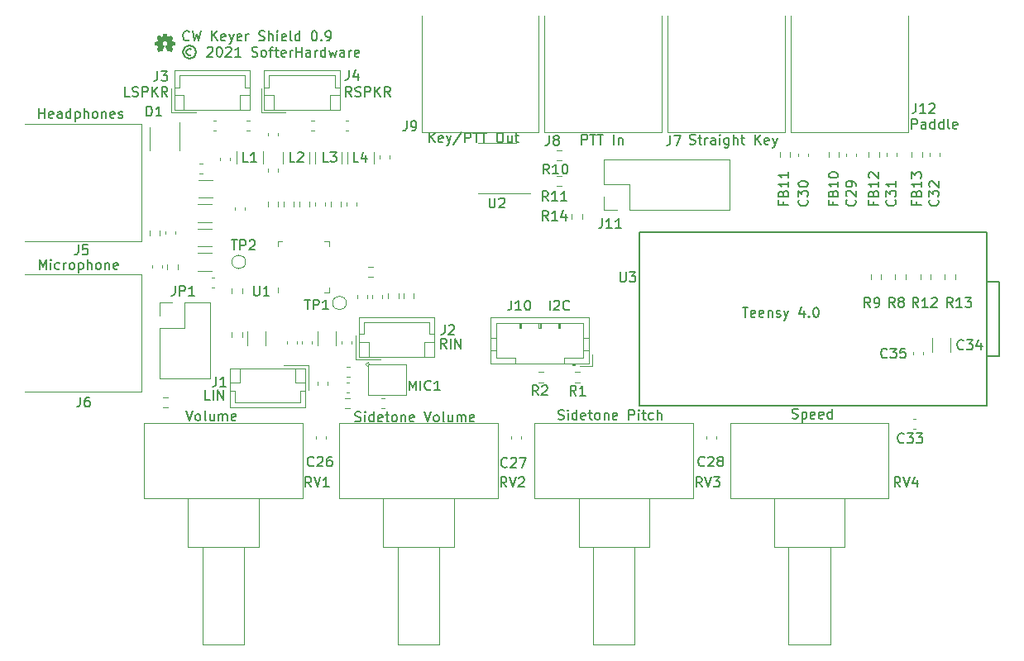
<source format=gto>
%TF.GenerationSoftware,KiCad,Pcbnew,5.1.11-e4df9d881f~92~ubuntu20.04.1*%
%TF.CreationDate,2021-11-07T19:57:49-08:00*%
%TF.ProjectId,TeensyKeyerShield,5465656e-7379-44b6-9579-657253686965,rev?*%
%TF.SameCoordinates,PX4c4b400PY42c1d80*%
%TF.FileFunction,Legend,Top*%
%TF.FilePolarity,Positive*%
%FSLAX46Y46*%
G04 Gerber Fmt 4.6, Leading zero omitted, Abs format (unit mm)*
G04 Created by KiCad (PCBNEW 5.1.11-e4df9d881f~92~ubuntu20.04.1) date 2021-11-07 19:57:49*
%MOMM*%
%LPD*%
G01*
G04 APERTURE LIST*
%ADD10C,0.150000*%
%ADD11C,0.120000*%
%ADD12C,0.002540*%
%ADD13C,0.100000*%
G04 APERTURE END LIST*
D10*
X53923809Y-30352380D02*
X53923809Y-29352380D01*
X54352380Y-29447619D02*
X54400000Y-29400000D01*
X54495238Y-29352380D01*
X54733333Y-29352380D01*
X54828571Y-29400000D01*
X54876190Y-29447619D01*
X54923809Y-29542857D01*
X54923809Y-29638095D01*
X54876190Y-29780952D01*
X54304761Y-30352380D01*
X54923809Y-30352380D01*
X55923809Y-30257142D02*
X55876190Y-30304761D01*
X55733333Y-30352380D01*
X55638095Y-30352380D01*
X55495238Y-30304761D01*
X55400000Y-30209523D01*
X55352380Y-30114285D01*
X55304761Y-29923809D01*
X55304761Y-29780952D01*
X55352380Y-29590476D01*
X55400000Y-29495238D01*
X55495238Y-29400000D01*
X55638095Y-29352380D01*
X55733333Y-29352380D01*
X55876190Y-29400000D01*
X55923809Y-29447619D01*
X90990476Y-11752380D02*
X90990476Y-10752380D01*
X91371428Y-10752380D01*
X91466666Y-10800000D01*
X91514285Y-10847619D01*
X91561904Y-10942857D01*
X91561904Y-11085714D01*
X91514285Y-11180952D01*
X91466666Y-11228571D01*
X91371428Y-11276190D01*
X90990476Y-11276190D01*
X92419047Y-11752380D02*
X92419047Y-11228571D01*
X92371428Y-11133333D01*
X92276190Y-11085714D01*
X92085714Y-11085714D01*
X91990476Y-11133333D01*
X92419047Y-11704761D02*
X92323809Y-11752380D01*
X92085714Y-11752380D01*
X91990476Y-11704761D01*
X91942857Y-11609523D01*
X91942857Y-11514285D01*
X91990476Y-11419047D01*
X92085714Y-11371428D01*
X92323809Y-11371428D01*
X92419047Y-11323809D01*
X93323809Y-11752380D02*
X93323809Y-10752380D01*
X93323809Y-11704761D02*
X93228571Y-11752380D01*
X93038095Y-11752380D01*
X92942857Y-11704761D01*
X92895238Y-11657142D01*
X92847619Y-11561904D01*
X92847619Y-11276190D01*
X92895238Y-11180952D01*
X92942857Y-11133333D01*
X93038095Y-11085714D01*
X93228571Y-11085714D01*
X93323809Y-11133333D01*
X94228571Y-11752380D02*
X94228571Y-10752380D01*
X94228571Y-11704761D02*
X94133333Y-11752380D01*
X93942857Y-11752380D01*
X93847619Y-11704761D01*
X93800000Y-11657142D01*
X93752380Y-11561904D01*
X93752380Y-11276190D01*
X93800000Y-11180952D01*
X93847619Y-11133333D01*
X93942857Y-11085714D01*
X94133333Y-11085714D01*
X94228571Y-11133333D01*
X94847619Y-11752380D02*
X94752380Y-11704761D01*
X94704761Y-11609523D01*
X94704761Y-10752380D01*
X95609523Y-11704761D02*
X95514285Y-11752380D01*
X95323809Y-11752380D01*
X95228571Y-11704761D01*
X95180952Y-11609523D01*
X95180952Y-11228571D01*
X95228571Y-11133333D01*
X95323809Y-11085714D01*
X95514285Y-11085714D01*
X95609523Y-11133333D01*
X95657142Y-11228571D01*
X95657142Y-11323809D01*
X95180952Y-11419047D01*
X68247619Y-13304761D02*
X68390476Y-13352380D01*
X68628571Y-13352380D01*
X68723809Y-13304761D01*
X68771428Y-13257142D01*
X68819047Y-13161904D01*
X68819047Y-13066666D01*
X68771428Y-12971428D01*
X68723809Y-12923809D01*
X68628571Y-12876190D01*
X68438095Y-12828571D01*
X68342857Y-12780952D01*
X68295238Y-12733333D01*
X68247619Y-12638095D01*
X68247619Y-12542857D01*
X68295238Y-12447619D01*
X68342857Y-12400000D01*
X68438095Y-12352380D01*
X68676190Y-12352380D01*
X68819047Y-12400000D01*
X69104761Y-12685714D02*
X69485714Y-12685714D01*
X69247619Y-12352380D02*
X69247619Y-13209523D01*
X69295238Y-13304761D01*
X69390476Y-13352380D01*
X69485714Y-13352380D01*
X69819047Y-13352380D02*
X69819047Y-12685714D01*
X69819047Y-12876190D02*
X69866666Y-12780952D01*
X69914285Y-12733333D01*
X70009523Y-12685714D01*
X70104761Y-12685714D01*
X70866666Y-13352380D02*
X70866666Y-12828571D01*
X70819047Y-12733333D01*
X70723809Y-12685714D01*
X70533333Y-12685714D01*
X70438095Y-12733333D01*
X70866666Y-13304761D02*
X70771428Y-13352380D01*
X70533333Y-13352380D01*
X70438095Y-13304761D01*
X70390476Y-13209523D01*
X70390476Y-13114285D01*
X70438095Y-13019047D01*
X70533333Y-12971428D01*
X70771428Y-12971428D01*
X70866666Y-12923809D01*
X71342857Y-13352380D02*
X71342857Y-12685714D01*
X71342857Y-12352380D02*
X71295238Y-12400000D01*
X71342857Y-12447619D01*
X71390476Y-12400000D01*
X71342857Y-12352380D01*
X71342857Y-12447619D01*
X72247619Y-12685714D02*
X72247619Y-13495238D01*
X72200000Y-13590476D01*
X72152380Y-13638095D01*
X72057142Y-13685714D01*
X71914285Y-13685714D01*
X71819047Y-13638095D01*
X72247619Y-13304761D02*
X72152380Y-13352380D01*
X71961904Y-13352380D01*
X71866666Y-13304761D01*
X71819047Y-13257142D01*
X71771428Y-13161904D01*
X71771428Y-12876190D01*
X71819047Y-12780952D01*
X71866666Y-12733333D01*
X71961904Y-12685714D01*
X72152380Y-12685714D01*
X72247619Y-12733333D01*
X72723809Y-13352380D02*
X72723809Y-12352380D01*
X73152380Y-13352380D02*
X73152380Y-12828571D01*
X73104761Y-12733333D01*
X73009523Y-12685714D01*
X72866666Y-12685714D01*
X72771428Y-12733333D01*
X72723809Y-12780952D01*
X73485714Y-12685714D02*
X73866666Y-12685714D01*
X73628571Y-12352380D02*
X73628571Y-13209523D01*
X73676190Y-13304761D01*
X73771428Y-13352380D01*
X73866666Y-13352380D01*
X74961904Y-13352380D02*
X74961904Y-12352380D01*
X75533333Y-13352380D02*
X75104761Y-12780952D01*
X75533333Y-12352380D02*
X74961904Y-12923809D01*
X76342857Y-13304761D02*
X76247619Y-13352380D01*
X76057142Y-13352380D01*
X75961904Y-13304761D01*
X75914285Y-13209523D01*
X75914285Y-12828571D01*
X75961904Y-12733333D01*
X76057142Y-12685714D01*
X76247619Y-12685714D01*
X76342857Y-12733333D01*
X76390476Y-12828571D01*
X76390476Y-12923809D01*
X75914285Y-13019047D01*
X76723809Y-12685714D02*
X76961904Y-13352380D01*
X77200000Y-12685714D02*
X76961904Y-13352380D01*
X76866666Y-13590476D01*
X76819047Y-13638095D01*
X76723809Y-13685714D01*
X57204761Y-13352380D02*
X57204761Y-12352380D01*
X57585714Y-12352380D01*
X57680952Y-12400000D01*
X57728571Y-12447619D01*
X57776190Y-12542857D01*
X57776190Y-12685714D01*
X57728571Y-12780952D01*
X57680952Y-12828571D01*
X57585714Y-12876190D01*
X57204761Y-12876190D01*
X58061904Y-12352380D02*
X58633333Y-12352380D01*
X58347619Y-13352380D02*
X58347619Y-12352380D01*
X58823809Y-12352380D02*
X59395238Y-12352380D01*
X59109523Y-13352380D02*
X59109523Y-12352380D01*
X60490476Y-13352380D02*
X60490476Y-12352380D01*
X60966666Y-12685714D02*
X60966666Y-13352380D01*
X60966666Y-12780952D02*
X61014285Y-12733333D01*
X61109523Y-12685714D01*
X61252380Y-12685714D01*
X61347619Y-12733333D01*
X61395238Y-12828571D01*
X61395238Y-13352380D01*
X41600000Y-13152380D02*
X41600000Y-12152380D01*
X42171428Y-13152380D02*
X41742857Y-12580952D01*
X42171428Y-12152380D02*
X41600000Y-12723809D01*
X42980952Y-13104761D02*
X42885714Y-13152380D01*
X42695238Y-13152380D01*
X42600000Y-13104761D01*
X42552380Y-13009523D01*
X42552380Y-12628571D01*
X42600000Y-12533333D01*
X42695238Y-12485714D01*
X42885714Y-12485714D01*
X42980952Y-12533333D01*
X43028571Y-12628571D01*
X43028571Y-12723809D01*
X42552380Y-12819047D01*
X43361904Y-12485714D02*
X43600000Y-13152380D01*
X43838095Y-12485714D02*
X43600000Y-13152380D01*
X43504761Y-13390476D01*
X43457142Y-13438095D01*
X43361904Y-13485714D01*
X44933333Y-12104761D02*
X44076190Y-13390476D01*
X45266666Y-13152380D02*
X45266666Y-12152380D01*
X45647619Y-12152380D01*
X45742857Y-12200000D01*
X45790476Y-12247619D01*
X45838095Y-12342857D01*
X45838095Y-12485714D01*
X45790476Y-12580952D01*
X45742857Y-12628571D01*
X45647619Y-12676190D01*
X45266666Y-12676190D01*
X46123809Y-12152380D02*
X46695238Y-12152380D01*
X46409523Y-13152380D02*
X46409523Y-12152380D01*
X46885714Y-12152380D02*
X47457142Y-12152380D01*
X47171428Y-13152380D02*
X47171428Y-12152380D01*
X48742857Y-12152380D02*
X48933333Y-12152380D01*
X49028571Y-12200000D01*
X49123809Y-12295238D01*
X49171428Y-12485714D01*
X49171428Y-12819047D01*
X49123809Y-13009523D01*
X49028571Y-13104761D01*
X48933333Y-13152380D01*
X48742857Y-13152380D01*
X48647619Y-13104761D01*
X48552380Y-13009523D01*
X48504761Y-12819047D01*
X48504761Y-12485714D01*
X48552380Y-12295238D01*
X48647619Y-12200000D01*
X48742857Y-12152380D01*
X50028571Y-12485714D02*
X50028571Y-13152380D01*
X49600000Y-12485714D02*
X49600000Y-13009523D01*
X49647619Y-13104761D01*
X49742857Y-13152380D01*
X49885714Y-13152380D01*
X49980952Y-13104761D01*
X50028571Y-13057142D01*
X50361904Y-12485714D02*
X50742857Y-12485714D01*
X50504761Y-12152380D02*
X50504761Y-13009523D01*
X50552380Y-13104761D01*
X50647619Y-13152380D01*
X50742857Y-13152380D01*
X73647619Y-30052380D02*
X74219047Y-30052380D01*
X73933333Y-31052380D02*
X73933333Y-30052380D01*
X74933333Y-31004761D02*
X74838095Y-31052380D01*
X74647619Y-31052380D01*
X74552380Y-31004761D01*
X74504761Y-30909523D01*
X74504761Y-30528571D01*
X74552380Y-30433333D01*
X74647619Y-30385714D01*
X74838095Y-30385714D01*
X74933333Y-30433333D01*
X74980952Y-30528571D01*
X74980952Y-30623809D01*
X74504761Y-30719047D01*
X75790476Y-31004761D02*
X75695238Y-31052380D01*
X75504761Y-31052380D01*
X75409523Y-31004761D01*
X75361904Y-30909523D01*
X75361904Y-30528571D01*
X75409523Y-30433333D01*
X75504761Y-30385714D01*
X75695238Y-30385714D01*
X75790476Y-30433333D01*
X75838095Y-30528571D01*
X75838095Y-30623809D01*
X75361904Y-30719047D01*
X76266666Y-30385714D02*
X76266666Y-31052380D01*
X76266666Y-30480952D02*
X76314285Y-30433333D01*
X76409523Y-30385714D01*
X76552380Y-30385714D01*
X76647619Y-30433333D01*
X76695238Y-30528571D01*
X76695238Y-31052380D01*
X77123809Y-31004761D02*
X77219047Y-31052380D01*
X77409523Y-31052380D01*
X77504761Y-31004761D01*
X77552380Y-30909523D01*
X77552380Y-30861904D01*
X77504761Y-30766666D01*
X77409523Y-30719047D01*
X77266666Y-30719047D01*
X77171428Y-30671428D01*
X77123809Y-30576190D01*
X77123809Y-30528571D01*
X77171428Y-30433333D01*
X77266666Y-30385714D01*
X77409523Y-30385714D01*
X77504761Y-30433333D01*
X77885714Y-30385714D02*
X78123809Y-31052380D01*
X78361904Y-30385714D02*
X78123809Y-31052380D01*
X78028571Y-31290476D01*
X77980952Y-31338095D01*
X77885714Y-31385714D01*
X79933333Y-30385714D02*
X79933333Y-31052380D01*
X79695238Y-30004761D02*
X79457142Y-30719047D01*
X80076190Y-30719047D01*
X80457142Y-30957142D02*
X80504761Y-31004761D01*
X80457142Y-31052380D01*
X80409523Y-31004761D01*
X80457142Y-30957142D01*
X80457142Y-31052380D01*
X81123809Y-30052380D02*
X81219047Y-30052380D01*
X81314285Y-30100000D01*
X81361904Y-30147619D01*
X81409523Y-30242857D01*
X81457142Y-30433333D01*
X81457142Y-30671428D01*
X81409523Y-30861904D01*
X81361904Y-30957142D01*
X81314285Y-31004761D01*
X81219047Y-31052380D01*
X81123809Y-31052380D01*
X81028571Y-31004761D01*
X80980952Y-30957142D01*
X80933333Y-30861904D01*
X80885714Y-30671428D01*
X80885714Y-30433333D01*
X80933333Y-30242857D01*
X80980952Y-30147619D01*
X81028571Y-30100000D01*
X81123809Y-30052380D01*
X78752380Y-41404761D02*
X78895238Y-41452380D01*
X79133333Y-41452380D01*
X79228571Y-41404761D01*
X79276190Y-41357142D01*
X79323809Y-41261904D01*
X79323809Y-41166666D01*
X79276190Y-41071428D01*
X79228571Y-41023809D01*
X79133333Y-40976190D01*
X78942857Y-40928571D01*
X78847619Y-40880952D01*
X78800000Y-40833333D01*
X78752380Y-40738095D01*
X78752380Y-40642857D01*
X78800000Y-40547619D01*
X78847619Y-40500000D01*
X78942857Y-40452380D01*
X79180952Y-40452380D01*
X79323809Y-40500000D01*
X79752380Y-40785714D02*
X79752380Y-41785714D01*
X79752380Y-40833333D02*
X79847619Y-40785714D01*
X80038095Y-40785714D01*
X80133333Y-40833333D01*
X80180952Y-40880952D01*
X80228571Y-40976190D01*
X80228571Y-41261904D01*
X80180952Y-41357142D01*
X80133333Y-41404761D01*
X80038095Y-41452380D01*
X79847619Y-41452380D01*
X79752380Y-41404761D01*
X81038095Y-41404761D02*
X80942857Y-41452380D01*
X80752380Y-41452380D01*
X80657142Y-41404761D01*
X80609523Y-41309523D01*
X80609523Y-40928571D01*
X80657142Y-40833333D01*
X80752380Y-40785714D01*
X80942857Y-40785714D01*
X81038095Y-40833333D01*
X81085714Y-40928571D01*
X81085714Y-41023809D01*
X80609523Y-41119047D01*
X81895238Y-41404761D02*
X81800000Y-41452380D01*
X81609523Y-41452380D01*
X81514285Y-41404761D01*
X81466666Y-41309523D01*
X81466666Y-40928571D01*
X81514285Y-40833333D01*
X81609523Y-40785714D01*
X81800000Y-40785714D01*
X81895238Y-40833333D01*
X81942857Y-40928571D01*
X81942857Y-41023809D01*
X81466666Y-41119047D01*
X82800000Y-41452380D02*
X82800000Y-40452380D01*
X82800000Y-41404761D02*
X82704761Y-41452380D01*
X82514285Y-41452380D01*
X82419047Y-41404761D01*
X82371428Y-41357142D01*
X82323809Y-41261904D01*
X82323809Y-40976190D01*
X82371428Y-40880952D01*
X82419047Y-40833333D01*
X82514285Y-40785714D01*
X82704761Y-40785714D01*
X82800000Y-40833333D01*
X54790476Y-41504761D02*
X54933333Y-41552380D01*
X55171428Y-41552380D01*
X55266666Y-41504761D01*
X55314285Y-41457142D01*
X55361904Y-41361904D01*
X55361904Y-41266666D01*
X55314285Y-41171428D01*
X55266666Y-41123809D01*
X55171428Y-41076190D01*
X54980952Y-41028571D01*
X54885714Y-40980952D01*
X54838095Y-40933333D01*
X54790476Y-40838095D01*
X54790476Y-40742857D01*
X54838095Y-40647619D01*
X54885714Y-40600000D01*
X54980952Y-40552380D01*
X55219047Y-40552380D01*
X55361904Y-40600000D01*
X55790476Y-41552380D02*
X55790476Y-40885714D01*
X55790476Y-40552380D02*
X55742857Y-40600000D01*
X55790476Y-40647619D01*
X55838095Y-40600000D01*
X55790476Y-40552380D01*
X55790476Y-40647619D01*
X56695238Y-41552380D02*
X56695238Y-40552380D01*
X56695238Y-41504761D02*
X56600000Y-41552380D01*
X56409523Y-41552380D01*
X56314285Y-41504761D01*
X56266666Y-41457142D01*
X56219047Y-41361904D01*
X56219047Y-41076190D01*
X56266666Y-40980952D01*
X56314285Y-40933333D01*
X56409523Y-40885714D01*
X56600000Y-40885714D01*
X56695238Y-40933333D01*
X57552380Y-41504761D02*
X57457142Y-41552380D01*
X57266666Y-41552380D01*
X57171428Y-41504761D01*
X57123809Y-41409523D01*
X57123809Y-41028571D01*
X57171428Y-40933333D01*
X57266666Y-40885714D01*
X57457142Y-40885714D01*
X57552380Y-40933333D01*
X57600000Y-41028571D01*
X57600000Y-41123809D01*
X57123809Y-41219047D01*
X57885714Y-40885714D02*
X58266666Y-40885714D01*
X58028571Y-40552380D02*
X58028571Y-41409523D01*
X58076190Y-41504761D01*
X58171428Y-41552380D01*
X58266666Y-41552380D01*
X58742857Y-41552380D02*
X58647619Y-41504761D01*
X58600000Y-41457142D01*
X58552380Y-41361904D01*
X58552380Y-41076190D01*
X58600000Y-40980952D01*
X58647619Y-40933333D01*
X58742857Y-40885714D01*
X58885714Y-40885714D01*
X58980952Y-40933333D01*
X59028571Y-40980952D01*
X59076190Y-41076190D01*
X59076190Y-41361904D01*
X59028571Y-41457142D01*
X58980952Y-41504761D01*
X58885714Y-41552380D01*
X58742857Y-41552380D01*
X59504761Y-40885714D02*
X59504761Y-41552380D01*
X59504761Y-40980952D02*
X59552380Y-40933333D01*
X59647619Y-40885714D01*
X59790476Y-40885714D01*
X59885714Y-40933333D01*
X59933333Y-41028571D01*
X59933333Y-41552380D01*
X60790476Y-41504761D02*
X60695238Y-41552380D01*
X60504761Y-41552380D01*
X60409523Y-41504761D01*
X60361904Y-41409523D01*
X60361904Y-41028571D01*
X60409523Y-40933333D01*
X60504761Y-40885714D01*
X60695238Y-40885714D01*
X60790476Y-40933333D01*
X60838095Y-41028571D01*
X60838095Y-41123809D01*
X60361904Y-41219047D01*
X62028571Y-41552380D02*
X62028571Y-40552380D01*
X62409523Y-40552380D01*
X62504761Y-40600000D01*
X62552380Y-40647619D01*
X62600000Y-40742857D01*
X62600000Y-40885714D01*
X62552380Y-40980952D01*
X62504761Y-41028571D01*
X62409523Y-41076190D01*
X62028571Y-41076190D01*
X63028571Y-41552380D02*
X63028571Y-40885714D01*
X63028571Y-40552380D02*
X62980952Y-40600000D01*
X63028571Y-40647619D01*
X63076190Y-40600000D01*
X63028571Y-40552380D01*
X63028571Y-40647619D01*
X63361904Y-40885714D02*
X63742857Y-40885714D01*
X63504761Y-40552380D02*
X63504761Y-41409523D01*
X63552380Y-41504761D01*
X63647619Y-41552380D01*
X63742857Y-41552380D01*
X64504761Y-41504761D02*
X64409523Y-41552380D01*
X64219047Y-41552380D01*
X64123809Y-41504761D01*
X64076190Y-41457142D01*
X64028571Y-41361904D01*
X64028571Y-41076190D01*
X64076190Y-40980952D01*
X64123809Y-40933333D01*
X64219047Y-40885714D01*
X64409523Y-40885714D01*
X64504761Y-40933333D01*
X64933333Y-41552380D02*
X64933333Y-40552380D01*
X65361904Y-41552380D02*
X65361904Y-41028571D01*
X65314285Y-40933333D01*
X65219047Y-40885714D01*
X65076190Y-40885714D01*
X64980952Y-40933333D01*
X64933333Y-40980952D01*
X34004761Y-41704761D02*
X34147619Y-41752380D01*
X34385714Y-41752380D01*
X34480952Y-41704761D01*
X34528571Y-41657142D01*
X34576190Y-41561904D01*
X34576190Y-41466666D01*
X34528571Y-41371428D01*
X34480952Y-41323809D01*
X34385714Y-41276190D01*
X34195238Y-41228571D01*
X34100000Y-41180952D01*
X34052380Y-41133333D01*
X34004761Y-41038095D01*
X34004761Y-40942857D01*
X34052380Y-40847619D01*
X34100000Y-40800000D01*
X34195238Y-40752380D01*
X34433333Y-40752380D01*
X34576190Y-40800000D01*
X35004761Y-41752380D02*
X35004761Y-41085714D01*
X35004761Y-40752380D02*
X34957142Y-40800000D01*
X35004761Y-40847619D01*
X35052380Y-40800000D01*
X35004761Y-40752380D01*
X35004761Y-40847619D01*
X35909523Y-41752380D02*
X35909523Y-40752380D01*
X35909523Y-41704761D02*
X35814285Y-41752380D01*
X35623809Y-41752380D01*
X35528571Y-41704761D01*
X35480952Y-41657142D01*
X35433333Y-41561904D01*
X35433333Y-41276190D01*
X35480952Y-41180952D01*
X35528571Y-41133333D01*
X35623809Y-41085714D01*
X35814285Y-41085714D01*
X35909523Y-41133333D01*
X36766666Y-41704761D02*
X36671428Y-41752380D01*
X36480952Y-41752380D01*
X36385714Y-41704761D01*
X36338095Y-41609523D01*
X36338095Y-41228571D01*
X36385714Y-41133333D01*
X36480952Y-41085714D01*
X36671428Y-41085714D01*
X36766666Y-41133333D01*
X36814285Y-41228571D01*
X36814285Y-41323809D01*
X36338095Y-41419047D01*
X37100000Y-41085714D02*
X37480952Y-41085714D01*
X37242857Y-40752380D02*
X37242857Y-41609523D01*
X37290476Y-41704761D01*
X37385714Y-41752380D01*
X37480952Y-41752380D01*
X37957142Y-41752380D02*
X37861904Y-41704761D01*
X37814285Y-41657142D01*
X37766666Y-41561904D01*
X37766666Y-41276190D01*
X37814285Y-41180952D01*
X37861904Y-41133333D01*
X37957142Y-41085714D01*
X38100000Y-41085714D01*
X38195238Y-41133333D01*
X38242857Y-41180952D01*
X38290476Y-41276190D01*
X38290476Y-41561904D01*
X38242857Y-41657142D01*
X38195238Y-41704761D01*
X38100000Y-41752380D01*
X37957142Y-41752380D01*
X38719047Y-41085714D02*
X38719047Y-41752380D01*
X38719047Y-41180952D02*
X38766666Y-41133333D01*
X38861904Y-41085714D01*
X39004761Y-41085714D01*
X39100000Y-41133333D01*
X39147619Y-41228571D01*
X39147619Y-41752380D01*
X40004761Y-41704761D02*
X39909523Y-41752380D01*
X39719047Y-41752380D01*
X39623809Y-41704761D01*
X39576190Y-41609523D01*
X39576190Y-41228571D01*
X39623809Y-41133333D01*
X39719047Y-41085714D01*
X39909523Y-41085714D01*
X40004761Y-41133333D01*
X40052380Y-41228571D01*
X40052380Y-41323809D01*
X39576190Y-41419047D01*
X41100000Y-40752380D02*
X41433333Y-41752380D01*
X41766666Y-40752380D01*
X42242857Y-41752380D02*
X42147619Y-41704761D01*
X42100000Y-41657142D01*
X42052380Y-41561904D01*
X42052380Y-41276190D01*
X42100000Y-41180952D01*
X42147619Y-41133333D01*
X42242857Y-41085714D01*
X42385714Y-41085714D01*
X42480952Y-41133333D01*
X42528571Y-41180952D01*
X42576190Y-41276190D01*
X42576190Y-41561904D01*
X42528571Y-41657142D01*
X42480952Y-41704761D01*
X42385714Y-41752380D01*
X42242857Y-41752380D01*
X43147619Y-41752380D02*
X43052380Y-41704761D01*
X43004761Y-41609523D01*
X43004761Y-40752380D01*
X43957142Y-41085714D02*
X43957142Y-41752380D01*
X43528571Y-41085714D02*
X43528571Y-41609523D01*
X43576190Y-41704761D01*
X43671428Y-41752380D01*
X43814285Y-41752380D01*
X43909523Y-41704761D01*
X43957142Y-41657142D01*
X44433333Y-41752380D02*
X44433333Y-41085714D01*
X44433333Y-41180952D02*
X44480952Y-41133333D01*
X44576190Y-41085714D01*
X44719047Y-41085714D01*
X44814285Y-41133333D01*
X44861904Y-41228571D01*
X44861904Y-41752380D01*
X44861904Y-41228571D02*
X44909523Y-41133333D01*
X45004761Y-41085714D01*
X45147619Y-41085714D01*
X45242857Y-41133333D01*
X45290476Y-41228571D01*
X45290476Y-41752380D01*
X46147619Y-41704761D02*
X46052380Y-41752380D01*
X45861904Y-41752380D01*
X45766666Y-41704761D01*
X45719047Y-41609523D01*
X45719047Y-41228571D01*
X45766666Y-41133333D01*
X45861904Y-41085714D01*
X46052380Y-41085714D01*
X46147619Y-41133333D01*
X46195238Y-41228571D01*
X46195238Y-41323809D01*
X45719047Y-41419047D01*
X16704761Y-40652380D02*
X17038095Y-41652380D01*
X17371428Y-40652380D01*
X17847619Y-41652380D02*
X17752380Y-41604761D01*
X17704761Y-41557142D01*
X17657142Y-41461904D01*
X17657142Y-41176190D01*
X17704761Y-41080952D01*
X17752380Y-41033333D01*
X17847619Y-40985714D01*
X17990476Y-40985714D01*
X18085714Y-41033333D01*
X18133333Y-41080952D01*
X18180952Y-41176190D01*
X18180952Y-41461904D01*
X18133333Y-41557142D01*
X18085714Y-41604761D01*
X17990476Y-41652380D01*
X17847619Y-41652380D01*
X18752380Y-41652380D02*
X18657142Y-41604761D01*
X18609523Y-41509523D01*
X18609523Y-40652380D01*
X19561904Y-40985714D02*
X19561904Y-41652380D01*
X19133333Y-40985714D02*
X19133333Y-41509523D01*
X19180952Y-41604761D01*
X19276190Y-41652380D01*
X19419047Y-41652380D01*
X19514285Y-41604761D01*
X19561904Y-41557142D01*
X20038095Y-41652380D02*
X20038095Y-40985714D01*
X20038095Y-41080952D02*
X20085714Y-41033333D01*
X20180952Y-40985714D01*
X20323809Y-40985714D01*
X20419047Y-41033333D01*
X20466666Y-41128571D01*
X20466666Y-41652380D01*
X20466666Y-41128571D02*
X20514285Y-41033333D01*
X20609523Y-40985714D01*
X20752380Y-40985714D01*
X20847619Y-41033333D01*
X20895238Y-41128571D01*
X20895238Y-41652380D01*
X21752380Y-41604761D02*
X21657142Y-41652380D01*
X21466666Y-41652380D01*
X21371428Y-41604761D01*
X21323809Y-41509523D01*
X21323809Y-41128571D01*
X21371428Y-41033333D01*
X21466666Y-40985714D01*
X21657142Y-40985714D01*
X21752380Y-41033333D01*
X21800000Y-41128571D01*
X21800000Y-41223809D01*
X21323809Y-41319047D01*
X43347619Y-34252380D02*
X43014285Y-33776190D01*
X42776190Y-34252380D02*
X42776190Y-33252380D01*
X43157142Y-33252380D01*
X43252380Y-33300000D01*
X43300000Y-33347619D01*
X43347619Y-33442857D01*
X43347619Y-33585714D01*
X43300000Y-33680952D01*
X43252380Y-33728571D01*
X43157142Y-33776190D01*
X42776190Y-33776190D01*
X43776190Y-34252380D02*
X43776190Y-33252380D01*
X44252380Y-34252380D02*
X44252380Y-33252380D01*
X44823809Y-34252380D01*
X44823809Y-33252380D01*
X19147619Y-39552380D02*
X18671428Y-39552380D01*
X18671428Y-38552380D01*
X19480952Y-39552380D02*
X19480952Y-38552380D01*
X19957142Y-39552380D02*
X19957142Y-38552380D01*
X20528571Y-39552380D01*
X20528571Y-38552380D01*
X33633333Y-8452380D02*
X33300000Y-7976190D01*
X33061904Y-8452380D02*
X33061904Y-7452380D01*
X33442857Y-7452380D01*
X33538095Y-7500000D01*
X33585714Y-7547619D01*
X33633333Y-7642857D01*
X33633333Y-7785714D01*
X33585714Y-7880952D01*
X33538095Y-7928571D01*
X33442857Y-7976190D01*
X33061904Y-7976190D01*
X34014285Y-8404761D02*
X34157142Y-8452380D01*
X34395238Y-8452380D01*
X34490476Y-8404761D01*
X34538095Y-8357142D01*
X34585714Y-8261904D01*
X34585714Y-8166666D01*
X34538095Y-8071428D01*
X34490476Y-8023809D01*
X34395238Y-7976190D01*
X34204761Y-7928571D01*
X34109523Y-7880952D01*
X34061904Y-7833333D01*
X34014285Y-7738095D01*
X34014285Y-7642857D01*
X34061904Y-7547619D01*
X34109523Y-7500000D01*
X34204761Y-7452380D01*
X34442857Y-7452380D01*
X34585714Y-7500000D01*
X35014285Y-8452380D02*
X35014285Y-7452380D01*
X35395238Y-7452380D01*
X35490476Y-7500000D01*
X35538095Y-7547619D01*
X35585714Y-7642857D01*
X35585714Y-7785714D01*
X35538095Y-7880952D01*
X35490476Y-7928571D01*
X35395238Y-7976190D01*
X35014285Y-7976190D01*
X36014285Y-8452380D02*
X36014285Y-7452380D01*
X36585714Y-8452380D02*
X36157142Y-7880952D01*
X36585714Y-7452380D02*
X36014285Y-8023809D01*
X37585714Y-8452380D02*
X37252380Y-7976190D01*
X37014285Y-8452380D02*
X37014285Y-7452380D01*
X37395238Y-7452380D01*
X37490476Y-7500000D01*
X37538095Y-7547619D01*
X37585714Y-7642857D01*
X37585714Y-7785714D01*
X37538095Y-7880952D01*
X37490476Y-7928571D01*
X37395238Y-7976190D01*
X37014285Y-7976190D01*
X10933333Y-8452380D02*
X10457142Y-8452380D01*
X10457142Y-7452380D01*
X11219047Y-8404761D02*
X11361904Y-8452380D01*
X11600000Y-8452380D01*
X11695238Y-8404761D01*
X11742857Y-8357142D01*
X11790476Y-8261904D01*
X11790476Y-8166666D01*
X11742857Y-8071428D01*
X11695238Y-8023809D01*
X11600000Y-7976190D01*
X11409523Y-7928571D01*
X11314285Y-7880952D01*
X11266666Y-7833333D01*
X11219047Y-7738095D01*
X11219047Y-7642857D01*
X11266666Y-7547619D01*
X11314285Y-7500000D01*
X11409523Y-7452380D01*
X11647619Y-7452380D01*
X11790476Y-7500000D01*
X12219047Y-8452380D02*
X12219047Y-7452380D01*
X12600000Y-7452380D01*
X12695238Y-7500000D01*
X12742857Y-7547619D01*
X12790476Y-7642857D01*
X12790476Y-7785714D01*
X12742857Y-7880952D01*
X12695238Y-7928571D01*
X12600000Y-7976190D01*
X12219047Y-7976190D01*
X13219047Y-8452380D02*
X13219047Y-7452380D01*
X13790476Y-8452380D02*
X13361904Y-7880952D01*
X13790476Y-7452380D02*
X13219047Y-8023809D01*
X14790476Y-8452380D02*
X14457142Y-7976190D01*
X14219047Y-8452380D02*
X14219047Y-7452380D01*
X14600000Y-7452380D01*
X14695238Y-7500000D01*
X14742857Y-7547619D01*
X14790476Y-7642857D01*
X14790476Y-7785714D01*
X14742857Y-7880952D01*
X14695238Y-7928571D01*
X14600000Y-7976190D01*
X14219047Y-7976190D01*
X1700000Y-26152380D02*
X1700000Y-25152380D01*
X2033333Y-25866666D01*
X2366666Y-25152380D01*
X2366666Y-26152380D01*
X2842857Y-26152380D02*
X2842857Y-25485714D01*
X2842857Y-25152380D02*
X2795238Y-25200000D01*
X2842857Y-25247619D01*
X2890476Y-25200000D01*
X2842857Y-25152380D01*
X2842857Y-25247619D01*
X3747619Y-26104761D02*
X3652380Y-26152380D01*
X3461904Y-26152380D01*
X3366666Y-26104761D01*
X3319047Y-26057142D01*
X3271428Y-25961904D01*
X3271428Y-25676190D01*
X3319047Y-25580952D01*
X3366666Y-25533333D01*
X3461904Y-25485714D01*
X3652380Y-25485714D01*
X3747619Y-25533333D01*
X4176190Y-26152380D02*
X4176190Y-25485714D01*
X4176190Y-25676190D02*
X4223809Y-25580952D01*
X4271428Y-25533333D01*
X4366666Y-25485714D01*
X4461904Y-25485714D01*
X4938095Y-26152380D02*
X4842857Y-26104761D01*
X4795238Y-26057142D01*
X4747619Y-25961904D01*
X4747619Y-25676190D01*
X4795238Y-25580952D01*
X4842857Y-25533333D01*
X4938095Y-25485714D01*
X5080952Y-25485714D01*
X5176190Y-25533333D01*
X5223809Y-25580952D01*
X5271428Y-25676190D01*
X5271428Y-25961904D01*
X5223809Y-26057142D01*
X5176190Y-26104761D01*
X5080952Y-26152380D01*
X4938095Y-26152380D01*
X5700000Y-25485714D02*
X5700000Y-26485714D01*
X5700000Y-25533333D02*
X5795238Y-25485714D01*
X5985714Y-25485714D01*
X6080952Y-25533333D01*
X6128571Y-25580952D01*
X6176190Y-25676190D01*
X6176190Y-25961904D01*
X6128571Y-26057142D01*
X6080952Y-26104761D01*
X5985714Y-26152380D01*
X5795238Y-26152380D01*
X5700000Y-26104761D01*
X6604761Y-26152380D02*
X6604761Y-25152380D01*
X7033333Y-26152380D02*
X7033333Y-25628571D01*
X6985714Y-25533333D01*
X6890476Y-25485714D01*
X6747619Y-25485714D01*
X6652380Y-25533333D01*
X6604761Y-25580952D01*
X7652380Y-26152380D02*
X7557142Y-26104761D01*
X7509523Y-26057142D01*
X7461904Y-25961904D01*
X7461904Y-25676190D01*
X7509523Y-25580952D01*
X7557142Y-25533333D01*
X7652380Y-25485714D01*
X7795238Y-25485714D01*
X7890476Y-25533333D01*
X7938095Y-25580952D01*
X7985714Y-25676190D01*
X7985714Y-25961904D01*
X7938095Y-26057142D01*
X7890476Y-26104761D01*
X7795238Y-26152380D01*
X7652380Y-26152380D01*
X8414285Y-25485714D02*
X8414285Y-26152380D01*
X8414285Y-25580952D02*
X8461904Y-25533333D01*
X8557142Y-25485714D01*
X8700000Y-25485714D01*
X8795238Y-25533333D01*
X8842857Y-25628571D01*
X8842857Y-26152380D01*
X9700000Y-26104761D02*
X9604761Y-26152380D01*
X9414285Y-26152380D01*
X9319047Y-26104761D01*
X9271428Y-26009523D01*
X9271428Y-25628571D01*
X9319047Y-25533333D01*
X9414285Y-25485714D01*
X9604761Y-25485714D01*
X9700000Y-25533333D01*
X9747619Y-25628571D01*
X9747619Y-25723809D01*
X9271428Y-25819047D01*
X1638095Y-10652380D02*
X1638095Y-9652380D01*
X1638095Y-10128571D02*
X2209523Y-10128571D01*
X2209523Y-10652380D02*
X2209523Y-9652380D01*
X3066666Y-10604761D02*
X2971428Y-10652380D01*
X2780952Y-10652380D01*
X2685714Y-10604761D01*
X2638095Y-10509523D01*
X2638095Y-10128571D01*
X2685714Y-10033333D01*
X2780952Y-9985714D01*
X2971428Y-9985714D01*
X3066666Y-10033333D01*
X3114285Y-10128571D01*
X3114285Y-10223809D01*
X2638095Y-10319047D01*
X3971428Y-10652380D02*
X3971428Y-10128571D01*
X3923809Y-10033333D01*
X3828571Y-9985714D01*
X3638095Y-9985714D01*
X3542857Y-10033333D01*
X3971428Y-10604761D02*
X3876190Y-10652380D01*
X3638095Y-10652380D01*
X3542857Y-10604761D01*
X3495238Y-10509523D01*
X3495238Y-10414285D01*
X3542857Y-10319047D01*
X3638095Y-10271428D01*
X3876190Y-10271428D01*
X3971428Y-10223809D01*
X4876190Y-10652380D02*
X4876190Y-9652380D01*
X4876190Y-10604761D02*
X4780952Y-10652380D01*
X4590476Y-10652380D01*
X4495238Y-10604761D01*
X4447619Y-10557142D01*
X4400000Y-10461904D01*
X4400000Y-10176190D01*
X4447619Y-10080952D01*
X4495238Y-10033333D01*
X4590476Y-9985714D01*
X4780952Y-9985714D01*
X4876190Y-10033333D01*
X5352380Y-9985714D02*
X5352380Y-10985714D01*
X5352380Y-10033333D02*
X5447619Y-9985714D01*
X5638095Y-9985714D01*
X5733333Y-10033333D01*
X5780952Y-10080952D01*
X5828571Y-10176190D01*
X5828571Y-10461904D01*
X5780952Y-10557142D01*
X5733333Y-10604761D01*
X5638095Y-10652380D01*
X5447619Y-10652380D01*
X5352380Y-10604761D01*
X6257142Y-10652380D02*
X6257142Y-9652380D01*
X6685714Y-10652380D02*
X6685714Y-10128571D01*
X6638095Y-10033333D01*
X6542857Y-9985714D01*
X6400000Y-9985714D01*
X6304761Y-10033333D01*
X6257142Y-10080952D01*
X7304761Y-10652380D02*
X7209523Y-10604761D01*
X7161904Y-10557142D01*
X7114285Y-10461904D01*
X7114285Y-10176190D01*
X7161904Y-10080952D01*
X7209523Y-10033333D01*
X7304761Y-9985714D01*
X7447619Y-9985714D01*
X7542857Y-10033333D01*
X7590476Y-10080952D01*
X7638095Y-10176190D01*
X7638095Y-10461904D01*
X7590476Y-10557142D01*
X7542857Y-10604761D01*
X7447619Y-10652380D01*
X7304761Y-10652380D01*
X8066666Y-9985714D02*
X8066666Y-10652380D01*
X8066666Y-10080952D02*
X8114285Y-10033333D01*
X8209523Y-9985714D01*
X8352380Y-9985714D01*
X8447619Y-10033333D01*
X8495238Y-10128571D01*
X8495238Y-10652380D01*
X9352380Y-10604761D02*
X9257142Y-10652380D01*
X9066666Y-10652380D01*
X8971428Y-10604761D01*
X8923809Y-10509523D01*
X8923809Y-10128571D01*
X8971428Y-10033333D01*
X9066666Y-9985714D01*
X9257142Y-9985714D01*
X9352380Y-10033333D01*
X9400000Y-10128571D01*
X9400000Y-10223809D01*
X8923809Y-10319047D01*
X9780952Y-10604761D02*
X9876190Y-10652380D01*
X10066666Y-10652380D01*
X10161904Y-10604761D01*
X10209523Y-10509523D01*
X10209523Y-10461904D01*
X10161904Y-10366666D01*
X10066666Y-10319047D01*
X9923809Y-10319047D01*
X9828571Y-10271428D01*
X9780952Y-10176190D01*
X9780952Y-10128571D01*
X9828571Y-10033333D01*
X9923809Y-9985714D01*
X10066666Y-9985714D01*
X10161904Y-10033333D01*
X17007023Y-2632142D02*
X16959404Y-2679761D01*
X16816547Y-2727380D01*
X16721309Y-2727380D01*
X16578452Y-2679761D01*
X16483214Y-2584523D01*
X16435595Y-2489285D01*
X16387976Y-2298809D01*
X16387976Y-2155952D01*
X16435595Y-1965476D01*
X16483214Y-1870238D01*
X16578452Y-1775000D01*
X16721309Y-1727380D01*
X16816547Y-1727380D01*
X16959404Y-1775000D01*
X17007023Y-1822619D01*
X17340357Y-1727380D02*
X17578452Y-2727380D01*
X17768928Y-2013095D01*
X17959404Y-2727380D01*
X18197500Y-1727380D01*
X19340357Y-2727380D02*
X19340357Y-1727380D01*
X19911785Y-2727380D02*
X19483214Y-2155952D01*
X19911785Y-1727380D02*
X19340357Y-2298809D01*
X20721309Y-2679761D02*
X20626071Y-2727380D01*
X20435595Y-2727380D01*
X20340357Y-2679761D01*
X20292738Y-2584523D01*
X20292738Y-2203571D01*
X20340357Y-2108333D01*
X20435595Y-2060714D01*
X20626071Y-2060714D01*
X20721309Y-2108333D01*
X20768928Y-2203571D01*
X20768928Y-2298809D01*
X20292738Y-2394047D01*
X21102261Y-2060714D02*
X21340357Y-2727380D01*
X21578452Y-2060714D02*
X21340357Y-2727380D01*
X21245119Y-2965476D01*
X21197500Y-3013095D01*
X21102261Y-3060714D01*
X22340357Y-2679761D02*
X22245119Y-2727380D01*
X22054642Y-2727380D01*
X21959404Y-2679761D01*
X21911785Y-2584523D01*
X21911785Y-2203571D01*
X21959404Y-2108333D01*
X22054642Y-2060714D01*
X22245119Y-2060714D01*
X22340357Y-2108333D01*
X22387976Y-2203571D01*
X22387976Y-2298809D01*
X21911785Y-2394047D01*
X22816547Y-2727380D02*
X22816547Y-2060714D01*
X22816547Y-2251190D02*
X22864166Y-2155952D01*
X22911785Y-2108333D01*
X23007023Y-2060714D01*
X23102261Y-2060714D01*
X24149880Y-2679761D02*
X24292738Y-2727380D01*
X24530833Y-2727380D01*
X24626071Y-2679761D01*
X24673690Y-2632142D01*
X24721309Y-2536904D01*
X24721309Y-2441666D01*
X24673690Y-2346428D01*
X24626071Y-2298809D01*
X24530833Y-2251190D01*
X24340357Y-2203571D01*
X24245119Y-2155952D01*
X24197500Y-2108333D01*
X24149880Y-2013095D01*
X24149880Y-1917857D01*
X24197500Y-1822619D01*
X24245119Y-1775000D01*
X24340357Y-1727380D01*
X24578452Y-1727380D01*
X24721309Y-1775000D01*
X25149880Y-2727380D02*
X25149880Y-1727380D01*
X25578452Y-2727380D02*
X25578452Y-2203571D01*
X25530833Y-2108333D01*
X25435595Y-2060714D01*
X25292738Y-2060714D01*
X25197500Y-2108333D01*
X25149880Y-2155952D01*
X26054642Y-2727380D02*
X26054642Y-2060714D01*
X26054642Y-1727380D02*
X26007023Y-1775000D01*
X26054642Y-1822619D01*
X26102261Y-1775000D01*
X26054642Y-1727380D01*
X26054642Y-1822619D01*
X26911785Y-2679761D02*
X26816547Y-2727380D01*
X26626071Y-2727380D01*
X26530833Y-2679761D01*
X26483214Y-2584523D01*
X26483214Y-2203571D01*
X26530833Y-2108333D01*
X26626071Y-2060714D01*
X26816547Y-2060714D01*
X26911785Y-2108333D01*
X26959404Y-2203571D01*
X26959404Y-2298809D01*
X26483214Y-2394047D01*
X27530833Y-2727380D02*
X27435595Y-2679761D01*
X27387976Y-2584523D01*
X27387976Y-1727380D01*
X28340357Y-2727380D02*
X28340357Y-1727380D01*
X28340357Y-2679761D02*
X28245119Y-2727380D01*
X28054642Y-2727380D01*
X27959404Y-2679761D01*
X27911785Y-2632142D01*
X27864166Y-2536904D01*
X27864166Y-2251190D01*
X27911785Y-2155952D01*
X27959404Y-2108333D01*
X28054642Y-2060714D01*
X28245119Y-2060714D01*
X28340357Y-2108333D01*
X29768928Y-1727380D02*
X29864166Y-1727380D01*
X29959404Y-1775000D01*
X30007023Y-1822619D01*
X30054642Y-1917857D01*
X30102261Y-2108333D01*
X30102261Y-2346428D01*
X30054642Y-2536904D01*
X30007023Y-2632142D01*
X29959404Y-2679761D01*
X29864166Y-2727380D01*
X29768928Y-2727380D01*
X29673690Y-2679761D01*
X29626071Y-2632142D01*
X29578452Y-2536904D01*
X29530833Y-2346428D01*
X29530833Y-2108333D01*
X29578452Y-1917857D01*
X29626071Y-1822619D01*
X29673690Y-1775000D01*
X29768928Y-1727380D01*
X30530833Y-2632142D02*
X30578452Y-2679761D01*
X30530833Y-2727380D01*
X30483214Y-2679761D01*
X30530833Y-2632142D01*
X30530833Y-2727380D01*
X31054642Y-2727380D02*
X31245119Y-2727380D01*
X31340357Y-2679761D01*
X31387976Y-2632142D01*
X31483214Y-2489285D01*
X31530833Y-2298809D01*
X31530833Y-1917857D01*
X31483214Y-1822619D01*
X31435595Y-1775000D01*
X31340357Y-1727380D01*
X31149880Y-1727380D01*
X31054642Y-1775000D01*
X31007023Y-1822619D01*
X30959404Y-1917857D01*
X30959404Y-2155952D01*
X31007023Y-2251190D01*
X31054642Y-2298809D01*
X31149880Y-2346428D01*
X31340357Y-2346428D01*
X31435595Y-2298809D01*
X31483214Y-2251190D01*
X31530833Y-2155952D01*
X17245119Y-3615476D02*
X17149880Y-3567857D01*
X16959404Y-3567857D01*
X16864166Y-3615476D01*
X16768928Y-3710714D01*
X16721309Y-3805952D01*
X16721309Y-3996428D01*
X16768928Y-4091666D01*
X16864166Y-4186904D01*
X16959404Y-4234523D01*
X17149880Y-4234523D01*
X17245119Y-4186904D01*
X17054642Y-3234523D02*
X16816547Y-3282142D01*
X16578452Y-3425000D01*
X16435595Y-3663095D01*
X16387976Y-3901190D01*
X16435595Y-4139285D01*
X16578452Y-4377380D01*
X16816547Y-4520238D01*
X17054642Y-4567857D01*
X17292738Y-4520238D01*
X17530833Y-4377380D01*
X17673690Y-4139285D01*
X17721309Y-3901190D01*
X17673690Y-3663095D01*
X17530833Y-3425000D01*
X17292738Y-3282142D01*
X17054642Y-3234523D01*
X18864166Y-3472619D02*
X18911785Y-3425000D01*
X19007023Y-3377380D01*
X19245119Y-3377380D01*
X19340357Y-3425000D01*
X19387976Y-3472619D01*
X19435595Y-3567857D01*
X19435595Y-3663095D01*
X19387976Y-3805952D01*
X18816547Y-4377380D01*
X19435595Y-4377380D01*
X20054642Y-3377380D02*
X20149880Y-3377380D01*
X20245119Y-3425000D01*
X20292738Y-3472619D01*
X20340357Y-3567857D01*
X20387976Y-3758333D01*
X20387976Y-3996428D01*
X20340357Y-4186904D01*
X20292738Y-4282142D01*
X20245119Y-4329761D01*
X20149880Y-4377380D01*
X20054642Y-4377380D01*
X19959404Y-4329761D01*
X19911785Y-4282142D01*
X19864166Y-4186904D01*
X19816547Y-3996428D01*
X19816547Y-3758333D01*
X19864166Y-3567857D01*
X19911785Y-3472619D01*
X19959404Y-3425000D01*
X20054642Y-3377380D01*
X20768928Y-3472619D02*
X20816547Y-3425000D01*
X20911785Y-3377380D01*
X21149880Y-3377380D01*
X21245119Y-3425000D01*
X21292738Y-3472619D01*
X21340357Y-3567857D01*
X21340357Y-3663095D01*
X21292738Y-3805952D01*
X20721309Y-4377380D01*
X21340357Y-4377380D01*
X22292738Y-4377380D02*
X21721309Y-4377380D01*
X22007023Y-4377380D02*
X22007023Y-3377380D01*
X21911785Y-3520238D01*
X21816547Y-3615476D01*
X21721309Y-3663095D01*
X23435595Y-4329761D02*
X23578452Y-4377380D01*
X23816547Y-4377380D01*
X23911785Y-4329761D01*
X23959404Y-4282142D01*
X24007023Y-4186904D01*
X24007023Y-4091666D01*
X23959404Y-3996428D01*
X23911785Y-3948809D01*
X23816547Y-3901190D01*
X23626071Y-3853571D01*
X23530833Y-3805952D01*
X23483214Y-3758333D01*
X23435595Y-3663095D01*
X23435595Y-3567857D01*
X23483214Y-3472619D01*
X23530833Y-3425000D01*
X23626071Y-3377380D01*
X23864166Y-3377380D01*
X24007023Y-3425000D01*
X24578452Y-4377380D02*
X24483214Y-4329761D01*
X24435595Y-4282142D01*
X24387976Y-4186904D01*
X24387976Y-3901190D01*
X24435595Y-3805952D01*
X24483214Y-3758333D01*
X24578452Y-3710714D01*
X24721309Y-3710714D01*
X24816547Y-3758333D01*
X24864166Y-3805952D01*
X24911785Y-3901190D01*
X24911785Y-4186904D01*
X24864166Y-4282142D01*
X24816547Y-4329761D01*
X24721309Y-4377380D01*
X24578452Y-4377380D01*
X25197500Y-3710714D02*
X25578452Y-3710714D01*
X25340357Y-4377380D02*
X25340357Y-3520238D01*
X25387976Y-3425000D01*
X25483214Y-3377380D01*
X25578452Y-3377380D01*
X25768928Y-3710714D02*
X26149880Y-3710714D01*
X25911785Y-3377380D02*
X25911785Y-4234523D01*
X25959404Y-4329761D01*
X26054642Y-4377380D01*
X26149880Y-4377380D01*
X26864166Y-4329761D02*
X26768928Y-4377380D01*
X26578452Y-4377380D01*
X26483214Y-4329761D01*
X26435595Y-4234523D01*
X26435595Y-3853571D01*
X26483214Y-3758333D01*
X26578452Y-3710714D01*
X26768928Y-3710714D01*
X26864166Y-3758333D01*
X26911785Y-3853571D01*
X26911785Y-3948809D01*
X26435595Y-4044047D01*
X27340357Y-4377380D02*
X27340357Y-3710714D01*
X27340357Y-3901190D02*
X27387976Y-3805952D01*
X27435595Y-3758333D01*
X27530833Y-3710714D01*
X27626071Y-3710714D01*
X27959404Y-4377380D02*
X27959404Y-3377380D01*
X27959404Y-3853571D02*
X28530833Y-3853571D01*
X28530833Y-4377380D02*
X28530833Y-3377380D01*
X29435595Y-4377380D02*
X29435595Y-3853571D01*
X29387976Y-3758333D01*
X29292738Y-3710714D01*
X29102261Y-3710714D01*
X29007023Y-3758333D01*
X29435595Y-4329761D02*
X29340357Y-4377380D01*
X29102261Y-4377380D01*
X29007023Y-4329761D01*
X28959404Y-4234523D01*
X28959404Y-4139285D01*
X29007023Y-4044047D01*
X29102261Y-3996428D01*
X29340357Y-3996428D01*
X29435595Y-3948809D01*
X29911785Y-4377380D02*
X29911785Y-3710714D01*
X29911785Y-3901190D02*
X29959404Y-3805952D01*
X30007023Y-3758333D01*
X30102261Y-3710714D01*
X30197500Y-3710714D01*
X30959404Y-4377380D02*
X30959404Y-3377380D01*
X30959404Y-4329761D02*
X30864166Y-4377380D01*
X30673690Y-4377380D01*
X30578452Y-4329761D01*
X30530833Y-4282142D01*
X30483214Y-4186904D01*
X30483214Y-3901190D01*
X30530833Y-3805952D01*
X30578452Y-3758333D01*
X30673690Y-3710714D01*
X30864166Y-3710714D01*
X30959404Y-3758333D01*
X31340357Y-3710714D02*
X31530833Y-4377380D01*
X31721309Y-3901190D01*
X31911785Y-4377380D01*
X32102261Y-3710714D01*
X32911785Y-4377380D02*
X32911785Y-3853571D01*
X32864166Y-3758333D01*
X32768928Y-3710714D01*
X32578452Y-3710714D01*
X32483214Y-3758333D01*
X32911785Y-4329761D02*
X32816547Y-4377380D01*
X32578452Y-4377380D01*
X32483214Y-4329761D01*
X32435595Y-4234523D01*
X32435595Y-4139285D01*
X32483214Y-4044047D01*
X32578452Y-3996428D01*
X32816547Y-3996428D01*
X32911785Y-3948809D01*
X33387976Y-4377380D02*
X33387976Y-3710714D01*
X33387976Y-3901190D02*
X33435595Y-3805952D01*
X33483214Y-3758333D01*
X33578452Y-3710714D01*
X33673690Y-3710714D01*
X34387976Y-4329761D02*
X34292738Y-4377380D01*
X34102261Y-4377380D01*
X34007023Y-4329761D01*
X33959404Y-4234523D01*
X33959404Y-3853571D01*
X34007023Y-3758333D01*
X34102261Y-3710714D01*
X34292738Y-3710714D01*
X34387976Y-3758333D01*
X34435595Y-3853571D01*
X34435595Y-3948809D01*
X33959404Y-4044047D01*
D11*
%TO.C,RV2*%
X42620000Y-64620000D02*
X38380000Y-64620000D01*
X42620000Y-54620000D02*
X38380000Y-54620000D01*
X38380000Y-54620000D02*
X38380000Y-64620000D01*
X42620000Y-54620000D02*
X42620000Y-64620000D01*
X44120000Y-54620000D02*
X36880000Y-54620000D01*
X44120000Y-49620000D02*
X36880000Y-49620000D01*
X36880000Y-49620000D02*
X36880000Y-54620000D01*
X44120000Y-49620000D02*
X44120000Y-54620000D01*
X48620000Y-49620000D02*
X32380000Y-49620000D01*
X48620000Y-41880000D02*
X32380000Y-41880000D01*
X32380000Y-41880000D02*
X32380000Y-49620000D01*
X48620000Y-41880000D02*
X48620000Y-49620000D01*
D12*
%TO.C,G\u002A\u002A\u002A*%
G36*
X13895480Y-3796620D02*
G01*
X13905640Y-3791540D01*
X13928500Y-3776300D01*
X13961520Y-3755980D01*
X14002160Y-3728040D01*
X14040260Y-3702640D01*
X14073280Y-3679780D01*
X14096140Y-3664540D01*
X14106300Y-3659460D01*
X14111380Y-3662000D01*
X14129160Y-3672160D01*
X14157100Y-3684860D01*
X14172340Y-3692480D01*
X14197740Y-3705180D01*
X14210440Y-3707720D01*
X14212980Y-3702640D01*
X14223140Y-3684860D01*
X14235840Y-3651840D01*
X14256160Y-3608660D01*
X14276480Y-3557860D01*
X14299340Y-3501980D01*
X14322200Y-3446100D01*
X14345060Y-3392760D01*
X14365380Y-3344500D01*
X14380620Y-3306400D01*
X14390780Y-3278460D01*
X14395860Y-3268300D01*
X14393320Y-3265760D01*
X14380620Y-3253060D01*
X14360300Y-3237820D01*
X14312040Y-3197180D01*
X14266320Y-3138760D01*
X14235840Y-3072720D01*
X14228220Y-2999060D01*
X14235840Y-2933020D01*
X14261240Y-2869520D01*
X14306960Y-2808560D01*
X14362840Y-2765380D01*
X14428880Y-2737440D01*
X14500000Y-2729820D01*
X14568580Y-2737440D01*
X14634620Y-2762840D01*
X14695580Y-2808560D01*
X14718440Y-2836500D01*
X14754000Y-2897460D01*
X14774320Y-2958420D01*
X14774320Y-2973660D01*
X14771780Y-3044780D01*
X14751460Y-3113360D01*
X14715900Y-3171780D01*
X14662560Y-3222580D01*
X14657480Y-3227660D01*
X14632080Y-3245440D01*
X14616840Y-3255600D01*
X14604140Y-3265760D01*
X14693040Y-3481660D01*
X14708280Y-3517220D01*
X14733680Y-3575640D01*
X14754000Y-3626440D01*
X14771780Y-3667080D01*
X14784480Y-3692480D01*
X14789560Y-3705180D01*
X14797180Y-3705180D01*
X14812420Y-3700100D01*
X14842900Y-3684860D01*
X14863220Y-3674700D01*
X14886080Y-3664540D01*
X14896240Y-3659460D01*
X14906400Y-3664540D01*
X14926720Y-3679780D01*
X14959740Y-3700100D01*
X14997840Y-3725500D01*
X15033400Y-3750900D01*
X15068960Y-3773760D01*
X15091820Y-3789000D01*
X15104520Y-3796620D01*
X15107060Y-3796620D01*
X15117220Y-3789000D01*
X15137540Y-3773760D01*
X15165480Y-3745820D01*
X15206120Y-3705180D01*
X15213740Y-3700100D01*
X15246760Y-3664540D01*
X15274700Y-3634060D01*
X15295020Y-3613740D01*
X15300100Y-3606120D01*
X15295020Y-3593420D01*
X15279780Y-3568020D01*
X15256920Y-3535000D01*
X15228980Y-3494360D01*
X15157860Y-3390220D01*
X15198500Y-3293700D01*
X15208660Y-3263220D01*
X15223900Y-3227660D01*
X15236600Y-3202260D01*
X15241680Y-3189560D01*
X15251840Y-3187020D01*
X15279780Y-3179400D01*
X15317880Y-3171780D01*
X15363600Y-3164160D01*
X15409320Y-3154000D01*
X15447420Y-3146380D01*
X15477900Y-3141300D01*
X15490600Y-3138760D01*
X15493140Y-3136220D01*
X15495680Y-3131140D01*
X15498220Y-3118440D01*
X15498220Y-3093040D01*
X15498220Y-3054940D01*
X15498220Y-2999060D01*
X15498220Y-2993980D01*
X15498220Y-2940640D01*
X15498220Y-2900000D01*
X15495680Y-2874600D01*
X15493140Y-2864440D01*
X15480440Y-2859360D01*
X15452500Y-2854280D01*
X15414400Y-2846660D01*
X15366140Y-2836500D01*
X15363600Y-2836500D01*
X15315340Y-2828880D01*
X15277240Y-2818720D01*
X15249300Y-2813640D01*
X15236600Y-2808560D01*
X15234060Y-2806020D01*
X15223900Y-2788240D01*
X15211200Y-2757760D01*
X15195960Y-2722200D01*
X15180720Y-2686640D01*
X15165480Y-2651080D01*
X15157860Y-2628220D01*
X15155320Y-2615520D01*
X15162940Y-2605360D01*
X15178180Y-2579960D01*
X15201040Y-2546940D01*
X15228980Y-2506300D01*
X15231520Y-2501220D01*
X15259460Y-2463120D01*
X15279780Y-2427560D01*
X15295020Y-2404700D01*
X15300100Y-2394540D01*
X15300100Y-2392000D01*
X15292480Y-2381840D01*
X15272160Y-2358980D01*
X15241680Y-2328500D01*
X15206120Y-2292940D01*
X15195960Y-2282780D01*
X15157860Y-2244680D01*
X15129920Y-2219280D01*
X15112140Y-2206580D01*
X15104520Y-2201500D01*
X15104520Y-2204040D01*
X15091820Y-2209120D01*
X15066420Y-2226900D01*
X15033400Y-2249760D01*
X14992760Y-2277700D01*
X14990220Y-2280240D01*
X14949580Y-2305640D01*
X14916560Y-2328500D01*
X14893700Y-2343740D01*
X14883540Y-2351360D01*
X14881000Y-2351360D01*
X14865760Y-2346280D01*
X14835280Y-2336120D01*
X14802260Y-2323420D01*
X14764160Y-2308180D01*
X14731140Y-2292940D01*
X14705740Y-2282780D01*
X14693040Y-2275160D01*
X14687960Y-2259920D01*
X14682880Y-2229440D01*
X14672720Y-2188800D01*
X14665100Y-2140540D01*
X14662560Y-2132920D01*
X14654940Y-2084660D01*
X14647320Y-2046560D01*
X14639700Y-2018620D01*
X14637160Y-2005920D01*
X14632080Y-2005920D01*
X14606680Y-2003380D01*
X14571120Y-2003380D01*
X14527940Y-2003380D01*
X14484760Y-2003380D01*
X14441580Y-2003380D01*
X14403480Y-2005920D01*
X14378080Y-2005920D01*
X14365380Y-2008460D01*
X14365380Y-2011000D01*
X14360300Y-2023700D01*
X14355220Y-2054180D01*
X14345060Y-2094820D01*
X14337440Y-2145620D01*
X14334900Y-2153240D01*
X14327280Y-2201500D01*
X14317120Y-2239600D01*
X14312040Y-2267540D01*
X14309500Y-2277700D01*
X14304420Y-2280240D01*
X14286640Y-2287860D01*
X14253620Y-2300560D01*
X14212980Y-2318340D01*
X14121540Y-2353900D01*
X14009780Y-2277700D01*
X13999620Y-2270080D01*
X13958980Y-2242140D01*
X13925960Y-2221820D01*
X13903100Y-2206580D01*
X13892940Y-2201500D01*
X13882780Y-2211660D01*
X13859920Y-2231980D01*
X13829440Y-2262460D01*
X13793880Y-2295480D01*
X13768480Y-2323420D01*
X13738000Y-2353900D01*
X13717680Y-2374220D01*
X13707520Y-2389460D01*
X13702440Y-2397080D01*
X13704980Y-2402160D01*
X13710060Y-2414860D01*
X13727840Y-2437720D01*
X13750700Y-2473280D01*
X13778640Y-2511380D01*
X13801500Y-2546940D01*
X13824360Y-2582500D01*
X13839600Y-2610440D01*
X13847220Y-2623140D01*
X13844680Y-2628220D01*
X13837060Y-2651080D01*
X13824360Y-2684100D01*
X13806580Y-2724740D01*
X13768480Y-2813640D01*
X13710060Y-2823800D01*
X13674500Y-2831420D01*
X13623700Y-2839040D01*
X13577980Y-2849200D01*
X13504320Y-2864440D01*
X13501780Y-3131140D01*
X13511940Y-3136220D01*
X13524640Y-3141300D01*
X13550040Y-3146380D01*
X13590680Y-3154000D01*
X13636400Y-3161620D01*
X13674500Y-3169240D01*
X13715140Y-3176860D01*
X13743080Y-3181940D01*
X13755780Y-3184480D01*
X13758320Y-3189560D01*
X13768480Y-3209880D01*
X13783720Y-3240360D01*
X13798960Y-3275920D01*
X13814200Y-3314020D01*
X13826900Y-3349580D01*
X13837060Y-3374980D01*
X13842140Y-3390220D01*
X13837060Y-3400380D01*
X13821820Y-3423240D01*
X13798960Y-3456260D01*
X13773560Y-3494360D01*
X13745620Y-3535000D01*
X13722760Y-3568020D01*
X13707520Y-3593420D01*
X13699900Y-3603580D01*
X13704980Y-3611200D01*
X13720220Y-3628980D01*
X13748160Y-3659460D01*
X13793880Y-3705180D01*
X13801500Y-3710260D01*
X13834520Y-3745820D01*
X13865000Y-3771220D01*
X13885320Y-3791540D01*
X13895480Y-3796620D01*
G37*
X13895480Y-3796620D02*
X13905640Y-3791540D01*
X13928500Y-3776300D01*
X13961520Y-3755980D01*
X14002160Y-3728040D01*
X14040260Y-3702640D01*
X14073280Y-3679780D01*
X14096140Y-3664540D01*
X14106300Y-3659460D01*
X14111380Y-3662000D01*
X14129160Y-3672160D01*
X14157100Y-3684860D01*
X14172340Y-3692480D01*
X14197740Y-3705180D01*
X14210440Y-3707720D01*
X14212980Y-3702640D01*
X14223140Y-3684860D01*
X14235840Y-3651840D01*
X14256160Y-3608660D01*
X14276480Y-3557860D01*
X14299340Y-3501980D01*
X14322200Y-3446100D01*
X14345060Y-3392760D01*
X14365380Y-3344500D01*
X14380620Y-3306400D01*
X14390780Y-3278460D01*
X14395860Y-3268300D01*
X14393320Y-3265760D01*
X14380620Y-3253060D01*
X14360300Y-3237820D01*
X14312040Y-3197180D01*
X14266320Y-3138760D01*
X14235840Y-3072720D01*
X14228220Y-2999060D01*
X14235840Y-2933020D01*
X14261240Y-2869520D01*
X14306960Y-2808560D01*
X14362840Y-2765380D01*
X14428880Y-2737440D01*
X14500000Y-2729820D01*
X14568580Y-2737440D01*
X14634620Y-2762840D01*
X14695580Y-2808560D01*
X14718440Y-2836500D01*
X14754000Y-2897460D01*
X14774320Y-2958420D01*
X14774320Y-2973660D01*
X14771780Y-3044780D01*
X14751460Y-3113360D01*
X14715900Y-3171780D01*
X14662560Y-3222580D01*
X14657480Y-3227660D01*
X14632080Y-3245440D01*
X14616840Y-3255600D01*
X14604140Y-3265760D01*
X14693040Y-3481660D01*
X14708280Y-3517220D01*
X14733680Y-3575640D01*
X14754000Y-3626440D01*
X14771780Y-3667080D01*
X14784480Y-3692480D01*
X14789560Y-3705180D01*
X14797180Y-3705180D01*
X14812420Y-3700100D01*
X14842900Y-3684860D01*
X14863220Y-3674700D01*
X14886080Y-3664540D01*
X14896240Y-3659460D01*
X14906400Y-3664540D01*
X14926720Y-3679780D01*
X14959740Y-3700100D01*
X14997840Y-3725500D01*
X15033400Y-3750900D01*
X15068960Y-3773760D01*
X15091820Y-3789000D01*
X15104520Y-3796620D01*
X15107060Y-3796620D01*
X15117220Y-3789000D01*
X15137540Y-3773760D01*
X15165480Y-3745820D01*
X15206120Y-3705180D01*
X15213740Y-3700100D01*
X15246760Y-3664540D01*
X15274700Y-3634060D01*
X15295020Y-3613740D01*
X15300100Y-3606120D01*
X15295020Y-3593420D01*
X15279780Y-3568020D01*
X15256920Y-3535000D01*
X15228980Y-3494360D01*
X15157860Y-3390220D01*
X15198500Y-3293700D01*
X15208660Y-3263220D01*
X15223900Y-3227660D01*
X15236600Y-3202260D01*
X15241680Y-3189560D01*
X15251840Y-3187020D01*
X15279780Y-3179400D01*
X15317880Y-3171780D01*
X15363600Y-3164160D01*
X15409320Y-3154000D01*
X15447420Y-3146380D01*
X15477900Y-3141300D01*
X15490600Y-3138760D01*
X15493140Y-3136220D01*
X15495680Y-3131140D01*
X15498220Y-3118440D01*
X15498220Y-3093040D01*
X15498220Y-3054940D01*
X15498220Y-2999060D01*
X15498220Y-2993980D01*
X15498220Y-2940640D01*
X15498220Y-2900000D01*
X15495680Y-2874600D01*
X15493140Y-2864440D01*
X15480440Y-2859360D01*
X15452500Y-2854280D01*
X15414400Y-2846660D01*
X15366140Y-2836500D01*
X15363600Y-2836500D01*
X15315340Y-2828880D01*
X15277240Y-2818720D01*
X15249300Y-2813640D01*
X15236600Y-2808560D01*
X15234060Y-2806020D01*
X15223900Y-2788240D01*
X15211200Y-2757760D01*
X15195960Y-2722200D01*
X15180720Y-2686640D01*
X15165480Y-2651080D01*
X15157860Y-2628220D01*
X15155320Y-2615520D01*
X15162940Y-2605360D01*
X15178180Y-2579960D01*
X15201040Y-2546940D01*
X15228980Y-2506300D01*
X15231520Y-2501220D01*
X15259460Y-2463120D01*
X15279780Y-2427560D01*
X15295020Y-2404700D01*
X15300100Y-2394540D01*
X15300100Y-2392000D01*
X15292480Y-2381840D01*
X15272160Y-2358980D01*
X15241680Y-2328500D01*
X15206120Y-2292940D01*
X15195960Y-2282780D01*
X15157860Y-2244680D01*
X15129920Y-2219280D01*
X15112140Y-2206580D01*
X15104520Y-2201500D01*
X15104520Y-2204040D01*
X15091820Y-2209120D01*
X15066420Y-2226900D01*
X15033400Y-2249760D01*
X14992760Y-2277700D01*
X14990220Y-2280240D01*
X14949580Y-2305640D01*
X14916560Y-2328500D01*
X14893700Y-2343740D01*
X14883540Y-2351360D01*
X14881000Y-2351360D01*
X14865760Y-2346280D01*
X14835280Y-2336120D01*
X14802260Y-2323420D01*
X14764160Y-2308180D01*
X14731140Y-2292940D01*
X14705740Y-2282780D01*
X14693040Y-2275160D01*
X14687960Y-2259920D01*
X14682880Y-2229440D01*
X14672720Y-2188800D01*
X14665100Y-2140540D01*
X14662560Y-2132920D01*
X14654940Y-2084660D01*
X14647320Y-2046560D01*
X14639700Y-2018620D01*
X14637160Y-2005920D01*
X14632080Y-2005920D01*
X14606680Y-2003380D01*
X14571120Y-2003380D01*
X14527940Y-2003380D01*
X14484760Y-2003380D01*
X14441580Y-2003380D01*
X14403480Y-2005920D01*
X14378080Y-2005920D01*
X14365380Y-2008460D01*
X14365380Y-2011000D01*
X14360300Y-2023700D01*
X14355220Y-2054180D01*
X14345060Y-2094820D01*
X14337440Y-2145620D01*
X14334900Y-2153240D01*
X14327280Y-2201500D01*
X14317120Y-2239600D01*
X14312040Y-2267540D01*
X14309500Y-2277700D01*
X14304420Y-2280240D01*
X14286640Y-2287860D01*
X14253620Y-2300560D01*
X14212980Y-2318340D01*
X14121540Y-2353900D01*
X14009780Y-2277700D01*
X13999620Y-2270080D01*
X13958980Y-2242140D01*
X13925960Y-2221820D01*
X13903100Y-2206580D01*
X13892940Y-2201500D01*
X13882780Y-2211660D01*
X13859920Y-2231980D01*
X13829440Y-2262460D01*
X13793880Y-2295480D01*
X13768480Y-2323420D01*
X13738000Y-2353900D01*
X13717680Y-2374220D01*
X13707520Y-2389460D01*
X13702440Y-2397080D01*
X13704980Y-2402160D01*
X13710060Y-2414860D01*
X13727840Y-2437720D01*
X13750700Y-2473280D01*
X13778640Y-2511380D01*
X13801500Y-2546940D01*
X13824360Y-2582500D01*
X13839600Y-2610440D01*
X13847220Y-2623140D01*
X13844680Y-2628220D01*
X13837060Y-2651080D01*
X13824360Y-2684100D01*
X13806580Y-2724740D01*
X13768480Y-2813640D01*
X13710060Y-2823800D01*
X13674500Y-2831420D01*
X13623700Y-2839040D01*
X13577980Y-2849200D01*
X13504320Y-2864440D01*
X13501780Y-3131140D01*
X13511940Y-3136220D01*
X13524640Y-3141300D01*
X13550040Y-3146380D01*
X13590680Y-3154000D01*
X13636400Y-3161620D01*
X13674500Y-3169240D01*
X13715140Y-3176860D01*
X13743080Y-3181940D01*
X13755780Y-3184480D01*
X13758320Y-3189560D01*
X13768480Y-3209880D01*
X13783720Y-3240360D01*
X13798960Y-3275920D01*
X13814200Y-3314020D01*
X13826900Y-3349580D01*
X13837060Y-3374980D01*
X13842140Y-3390220D01*
X13837060Y-3400380D01*
X13821820Y-3423240D01*
X13798960Y-3456260D01*
X13773560Y-3494360D01*
X13745620Y-3535000D01*
X13722760Y-3568020D01*
X13707520Y-3593420D01*
X13699900Y-3603580D01*
X13704980Y-3611200D01*
X13720220Y-3628980D01*
X13748160Y-3659460D01*
X13793880Y-3705180D01*
X13801500Y-3710260D01*
X13834520Y-3745820D01*
X13865000Y-3771220D01*
X13885320Y-3791540D01*
X13895480Y-3796620D01*
D10*
%TO.C,U3*%
X98680000Y-27390000D02*
X99950000Y-27390000D01*
X99950000Y-27390000D02*
X99950000Y-35010000D01*
X99950000Y-35010000D02*
X98680000Y-35010000D01*
X98680000Y-40090000D02*
X63120000Y-40090000D01*
X63120000Y-40090000D02*
X63120000Y-22310000D01*
X63120000Y-22310000D02*
X98680000Y-22310000D01*
X98680000Y-22310000D02*
X98680000Y-40090000D01*
D11*
%TO.C,C17*%
X33016233Y-11910000D02*
X33308767Y-11910000D01*
X33016233Y-10890000D02*
X33308767Y-10890000D01*
%TO.C,C1*%
X19411252Y-16990000D02*
X17988748Y-16990000D01*
X19411252Y-18810000D02*
X17988748Y-18810000D01*
%TO.C,C2*%
X36810000Y-28791233D02*
X36810000Y-29083767D01*
X35790000Y-28791233D02*
X35790000Y-29083767D01*
%TO.C,C3*%
X35210000Y-29083767D02*
X35210000Y-28791233D01*
X34190000Y-29083767D02*
X34190000Y-28791233D01*
%TO.C,C4*%
X19583767Y-26990000D02*
X19291233Y-26990000D01*
X19583767Y-28010000D02*
X19291233Y-28010000D01*
%TO.C,C5*%
X18383767Y-16310000D02*
X18091233Y-16310000D01*
X18383767Y-15290000D02*
X18091233Y-15290000D01*
%TO.C,C6*%
X24810000Y-33973752D02*
X24810000Y-32551248D01*
X22990000Y-33973752D02*
X22990000Y-32551248D01*
%TO.C,C7*%
X17926248Y-21990000D02*
X19348752Y-21990000D01*
X17926248Y-23810000D02*
X19348752Y-23810000D01*
%TO.C,C8*%
X17926248Y-26310000D02*
X19348752Y-26310000D01*
X17926248Y-24490000D02*
X19348752Y-24490000D01*
%TO.C,C9*%
X26990000Y-33516233D02*
X26990000Y-33808767D01*
X28010000Y-33516233D02*
X28010000Y-33808767D01*
%TO.C,C10*%
X21690000Y-20083767D02*
X21690000Y-19791233D01*
X22710000Y-20083767D02*
X22710000Y-19791233D01*
%TO.C,C11*%
X33610000Y-33516233D02*
X33610000Y-33808767D01*
X32590000Y-33516233D02*
X32590000Y-33808767D01*
%TO.C,C12*%
X19348752Y-21310000D02*
X17926248Y-21310000D01*
X19348752Y-19490000D02*
X17926248Y-19490000D01*
%TO.C,C13*%
X15610000Y-22253733D02*
X15610000Y-22546267D01*
X14590000Y-22253733D02*
X14590000Y-22546267D01*
%TO.C,C14*%
X13190000Y-25716233D02*
X13190000Y-26008767D01*
X14210000Y-25716233D02*
X14210000Y-26008767D01*
%TO.C,C15*%
X29610000Y-33808767D02*
X29610000Y-33516233D01*
X28590000Y-33808767D02*
X28590000Y-33516233D01*
%TO.C,C16*%
X22916233Y-11910000D02*
X23208767Y-11910000D01*
X22916233Y-10890000D02*
X23208767Y-10890000D01*
%TO.C,C18*%
X19491233Y-10890000D02*
X19783767Y-10890000D01*
X19491233Y-11910000D02*
X19783767Y-11910000D01*
%TO.C,C19*%
X25090000Y-12446267D02*
X25090000Y-12153733D01*
X26110000Y-12446267D02*
X26110000Y-12153733D01*
%TO.C,C20*%
X29491233Y-11910000D02*
X29783767Y-11910000D01*
X29491233Y-10890000D02*
X29783767Y-10890000D01*
%TO.C,C21*%
X37510000Y-14783767D02*
X37510000Y-14491233D01*
X36490000Y-14783767D02*
X36490000Y-14491233D01*
%TO.C,C22*%
X32010000Y-33973752D02*
X32010000Y-32551248D01*
X30190000Y-33973752D02*
X30190000Y-32551248D01*
%TO.C,C23*%
X31210000Y-37691233D02*
X31210000Y-37983767D01*
X30190000Y-37691233D02*
X30190000Y-37983767D01*
%TO.C,C24*%
X33383767Y-38810000D02*
X33091233Y-38810000D01*
X33383767Y-37790000D02*
X33091233Y-37790000D01*
%TO.C,C25*%
X36716233Y-40410000D02*
X37008767Y-40410000D01*
X36716233Y-39390000D02*
X37008767Y-39390000D01*
%TO.C,C26*%
X31010000Y-43241233D02*
X31010000Y-43533767D01*
X29990000Y-43241233D02*
X29990000Y-43533767D01*
%TO.C,C27*%
X51010000Y-43266233D02*
X51010000Y-43558767D01*
X49990000Y-43266233D02*
X49990000Y-43558767D01*
%TO.C,C28*%
X69990000Y-43253733D02*
X69990000Y-43546267D01*
X71010000Y-43253733D02*
X71010000Y-43546267D01*
%TO.C,C29*%
X85310000Y-14583767D02*
X85310000Y-14291233D01*
X84290000Y-14583767D02*
X84290000Y-14291233D01*
%TO.C,C30*%
X79390000Y-14583767D02*
X79390000Y-14291233D01*
X80410000Y-14583767D02*
X80410000Y-14291233D01*
%TO.C,C31*%
X89410000Y-14546267D02*
X89410000Y-14253733D01*
X88390000Y-14546267D02*
X88390000Y-14253733D01*
%TO.C,C32*%
X92790000Y-14546267D02*
X92790000Y-14253733D01*
X93810000Y-14546267D02*
X93810000Y-14253733D01*
%TO.C,C33*%
X91116233Y-42485000D02*
X91408767Y-42485000D01*
X91116233Y-41465000D02*
X91408767Y-41465000D01*
%TO.C,C34*%
X93090000Y-34648752D02*
X93090000Y-33226248D01*
X94910000Y-34648752D02*
X94910000Y-33226248D01*
%TO.C,C35*%
X91090000Y-34883767D02*
X91090000Y-34591233D01*
X92110000Y-34883767D02*
X92110000Y-34591233D01*
%TO.C,C36*%
X21210000Y-14691233D02*
X21210000Y-14983767D01*
X20190000Y-14691233D02*
X20190000Y-14983767D01*
%TO.C,C37*%
X25090000Y-15853733D02*
X25090000Y-16146267D01*
X26110000Y-15853733D02*
X26110000Y-16146267D01*
%TO.C,C38*%
X29890000Y-19608767D02*
X29890000Y-19316233D01*
X30910000Y-19608767D02*
X30910000Y-19316233D01*
%TO.C,C39*%
X34110000Y-19608767D02*
X34110000Y-19316233D01*
X33090000Y-19608767D02*
X33090000Y-19316233D01*
%TO.C,D1*%
X16050000Y-14000000D02*
X16050000Y-11050000D01*
X12950000Y-11600000D02*
X12950000Y-14000000D01*
%TO.C,FB1*%
X40022500Y-28657776D02*
X40022500Y-29167224D01*
X38977500Y-28657776D02*
X38977500Y-29167224D01*
%TO.C,FB2*%
X21377500Y-28145276D02*
X21377500Y-28654724D01*
X22422500Y-28145276D02*
X22422500Y-28654724D01*
%TO.C,FB3*%
X25077500Y-19232776D02*
X25077500Y-19742224D01*
X26122500Y-19232776D02*
X26122500Y-19742224D01*
%TO.C,FB4*%
X27722500Y-19257776D02*
X27722500Y-19767224D01*
X26677500Y-19257776D02*
X26677500Y-19767224D01*
%TO.C,FB5*%
X29322500Y-19245276D02*
X29322500Y-19754724D01*
X28277500Y-19245276D02*
X28277500Y-19754724D01*
%TO.C,FB6*%
X31477500Y-19245276D02*
X31477500Y-19754724D01*
X32522500Y-19245276D02*
X32522500Y-19754724D01*
%TO.C,FB7*%
X14332776Y-40322500D02*
X14842224Y-40322500D01*
X14332776Y-39277500D02*
X14842224Y-39277500D01*
%TO.C,FB8*%
X32932776Y-39377500D02*
X33442224Y-39377500D01*
X32932776Y-40422500D02*
X33442224Y-40422500D01*
%TO.C,FB10*%
X83522500Y-14667224D02*
X83522500Y-14157776D01*
X82477500Y-14667224D02*
X82477500Y-14157776D01*
%TO.C,FB11*%
X78522500Y-14642224D02*
X78522500Y-14132776D01*
X77477500Y-14642224D02*
X77477500Y-14132776D01*
%TO.C,FB12*%
X86577500Y-14642224D02*
X86577500Y-14132776D01*
X87622500Y-14642224D02*
X87622500Y-14132776D01*
%TO.C,FB13*%
X92022500Y-14654724D02*
X92022500Y-14145276D01*
X90977500Y-14654724D02*
X90977500Y-14145276D01*
%TO.C,J1*%
X28910000Y-40310000D02*
X28910000Y-36290000D01*
X28910000Y-36290000D02*
X21190000Y-36290000D01*
X21190000Y-36290000D02*
X21190000Y-40310000D01*
X21190000Y-40310000D02*
X28910000Y-40310000D01*
X28910000Y-38600000D02*
X28410000Y-38600000D01*
X28410000Y-38600000D02*
X28410000Y-39810000D01*
X28410000Y-39810000D02*
X21690000Y-39810000D01*
X21690000Y-39810000D02*
X21690000Y-38600000D01*
X21690000Y-38600000D02*
X21190000Y-38600000D01*
X28910000Y-37790000D02*
X27910000Y-37790000D01*
X27910000Y-37790000D02*
X27910000Y-36290000D01*
X21190000Y-37790000D02*
X22190000Y-37790000D01*
X22190000Y-37790000D02*
X22190000Y-36290000D01*
X29210000Y-38490000D02*
X29210000Y-35990000D01*
X29210000Y-35990000D02*
X26710000Y-35990000D01*
%TO.C,J2*%
X34390000Y-31090000D02*
X34390000Y-35110000D01*
X34390000Y-35110000D02*
X42110000Y-35110000D01*
X42110000Y-35110000D02*
X42110000Y-31090000D01*
X42110000Y-31090000D02*
X34390000Y-31090000D01*
X34390000Y-32800000D02*
X34890000Y-32800000D01*
X34890000Y-32800000D02*
X34890000Y-31590000D01*
X34890000Y-31590000D02*
X41610000Y-31590000D01*
X41610000Y-31590000D02*
X41610000Y-32800000D01*
X41610000Y-32800000D02*
X42110000Y-32800000D01*
X34390000Y-33610000D02*
X35390000Y-33610000D01*
X35390000Y-33610000D02*
X35390000Y-35110000D01*
X42110000Y-33610000D02*
X41110000Y-33610000D01*
X41110000Y-33610000D02*
X41110000Y-35110000D01*
X34090000Y-32910000D02*
X34090000Y-35410000D01*
X34090000Y-35410000D02*
X36590000Y-35410000D01*
%TO.C,J3*%
X15190000Y-10110000D02*
X17690000Y-10110000D01*
X15190000Y-7610000D02*
X15190000Y-10110000D01*
X22210000Y-8310000D02*
X22210000Y-9810000D01*
X23210000Y-8310000D02*
X22210000Y-8310000D01*
X16490000Y-8310000D02*
X16490000Y-9810000D01*
X15490000Y-8310000D02*
X16490000Y-8310000D01*
X22710000Y-7500000D02*
X23210000Y-7500000D01*
X22710000Y-6290000D02*
X22710000Y-7500000D01*
X15990000Y-6290000D02*
X22710000Y-6290000D01*
X15990000Y-7500000D02*
X15990000Y-6290000D01*
X15490000Y-7500000D02*
X15990000Y-7500000D01*
X23210000Y-5790000D02*
X15490000Y-5790000D01*
X23210000Y-9810000D02*
X23210000Y-5790000D01*
X15490000Y-9810000D02*
X23210000Y-9810000D01*
X15490000Y-5790000D02*
X15490000Y-9810000D01*
%TO.C,J4*%
X24390000Y-10110000D02*
X26890000Y-10110000D01*
X24390000Y-7610000D02*
X24390000Y-10110000D01*
X31410000Y-8310000D02*
X31410000Y-9810000D01*
X32410000Y-8310000D02*
X31410000Y-8310000D01*
X25690000Y-8310000D02*
X25690000Y-9810000D01*
X24690000Y-8310000D02*
X25690000Y-8310000D01*
X31910000Y-7500000D02*
X32410000Y-7500000D01*
X31910000Y-6290000D02*
X31910000Y-7500000D01*
X25190000Y-6290000D02*
X31910000Y-6290000D01*
X25190000Y-7500000D02*
X25190000Y-6290000D01*
X24690000Y-7500000D02*
X25190000Y-7500000D01*
X32410000Y-5790000D02*
X24690000Y-5790000D01*
X32410000Y-9810000D02*
X32410000Y-5790000D01*
X24690000Y-9810000D02*
X32410000Y-9810000D01*
X24690000Y-5790000D02*
X24690000Y-9810000D01*
D13*
%TO.C,J5*%
X12100000Y-23300000D02*
X200000Y-23300000D01*
X12100000Y-11300000D02*
X12100000Y-23300000D01*
X200000Y-11300000D02*
X12100000Y-11300000D01*
%TO.C,J6*%
X200000Y-26700000D02*
X12100000Y-26700000D01*
X12100000Y-26700000D02*
X12100000Y-38700000D01*
X12100000Y-38700000D02*
X200000Y-38700000D01*
%TO.C,J7*%
X66000000Y-12100000D02*
X66000000Y-200000D01*
X78000000Y-12100000D02*
X66000000Y-12100000D01*
X78000000Y-200000D02*
X78000000Y-12100000D01*
%TO.C,J8*%
X65400000Y-200000D02*
X65400000Y-12100000D01*
X65400000Y-12100000D02*
X53400000Y-12100000D01*
X53400000Y-12100000D02*
X53400000Y-200000D01*
%TO.C,J9*%
X40800000Y-12100000D02*
X40800000Y-200000D01*
X52800000Y-12100000D02*
X40800000Y-12100000D01*
X52800000Y-200000D02*
X52800000Y-12100000D01*
%TO.C,J12*%
X90600000Y-200000D02*
X90600000Y-12100000D01*
X90600000Y-12100000D02*
X78600000Y-12100000D01*
X78600000Y-12100000D02*
X78600000Y-200000D01*
D11*
%TO.C,L1*%
X21840000Y-15289564D02*
X21840000Y-14085436D01*
X24560000Y-15289564D02*
X24560000Y-14085436D01*
%TO.C,L2*%
X29360000Y-15314564D02*
X29360000Y-14110436D01*
X26640000Y-15314564D02*
X26640000Y-14110436D01*
%TO.C,L3*%
X29940000Y-15314564D02*
X29940000Y-14110436D01*
X32660000Y-15314564D02*
X32660000Y-14110436D01*
%TO.C,L4*%
X35960000Y-15314564D02*
X35960000Y-14110436D01*
X33240000Y-15314564D02*
X33240000Y-14110436D01*
%TO.C,L5*%
X33103733Y-37210000D02*
X33446267Y-37210000D01*
X33103733Y-36190000D02*
X33446267Y-36190000D01*
D13*
%TO.C,MIC1*%
X35300000Y-39000000D02*
X39200000Y-39000000D01*
X39200000Y-39000000D02*
X39200000Y-35900000D01*
X39200000Y-35900000D02*
X35300000Y-35900000D01*
X35300000Y-35900000D02*
X35300000Y-39000000D01*
D11*
X35300000Y-36100000D02*
G75*
G02*
X35500000Y-35900000I0J200000D01*
G01*
%TO.C,R1*%
X57042224Y-36677500D02*
X56532776Y-36677500D01*
X57042224Y-37722500D02*
X56532776Y-37722500D01*
%TO.C,R2*%
X52732776Y-36677500D02*
X53242224Y-36677500D01*
X52732776Y-37722500D02*
X53242224Y-37722500D01*
%TO.C,R3*%
X37377500Y-29142224D02*
X37377500Y-28632776D01*
X38422500Y-29142224D02*
X38422500Y-28632776D01*
%TO.C,R4*%
X35332776Y-25877500D02*
X35842224Y-25877500D01*
X35332776Y-26922500D02*
X35842224Y-26922500D01*
%TO.C,R5*%
X22422500Y-33067224D02*
X22422500Y-32557776D01*
X21377500Y-33067224D02*
X21377500Y-32557776D01*
%TO.C,R6*%
X14022500Y-22654724D02*
X14022500Y-22145276D01*
X12977500Y-22654724D02*
X12977500Y-22145276D01*
%TO.C,R7*%
X15822500Y-26167224D02*
X15822500Y-25657776D01*
X14777500Y-26167224D02*
X14777500Y-25657776D01*
%TO.C,R8*%
X90322500Y-26682776D02*
X90322500Y-27192224D01*
X89277500Y-26682776D02*
X89277500Y-27192224D01*
%TO.C,R9*%
X87822500Y-26682776D02*
X87822500Y-27192224D01*
X86777500Y-26682776D02*
X86777500Y-27192224D01*
%TO.C,R10*%
X55167224Y-15022500D02*
X54657776Y-15022500D01*
X55167224Y-13977500D02*
X54657776Y-13977500D01*
%TO.C,R11*%
X55167224Y-16577500D02*
X54657776Y-16577500D01*
X55167224Y-17622500D02*
X54657776Y-17622500D01*
%TO.C,R12*%
X92922500Y-26707776D02*
X92922500Y-27217224D01*
X91877500Y-26707776D02*
X91877500Y-27217224D01*
%TO.C,R13*%
X94377500Y-26707776D02*
X94377500Y-27217224D01*
X95422500Y-26707776D02*
X95422500Y-27217224D01*
%TO.C,RV1*%
X28620000Y-41880000D02*
X28620000Y-49620000D01*
X12380000Y-41880000D02*
X12380000Y-49620000D01*
X28620000Y-41880000D02*
X12380000Y-41880000D01*
X28620000Y-49620000D02*
X12380000Y-49620000D01*
X24120000Y-49620000D02*
X24120000Y-54620000D01*
X16880000Y-49620000D02*
X16880000Y-54620000D01*
X24120000Y-49620000D02*
X16880000Y-49620000D01*
X24120000Y-54620000D02*
X16880000Y-54620000D01*
X22620000Y-54620000D02*
X22620000Y-64620000D01*
X18380000Y-54620000D02*
X18380000Y-64620000D01*
X22620000Y-54620000D02*
X18380000Y-54620000D01*
X22620000Y-64620000D02*
X18380000Y-64620000D01*
%TO.C,RV3*%
X68620000Y-41880000D02*
X68620000Y-49620000D01*
X52380000Y-41880000D02*
X52380000Y-49620000D01*
X68620000Y-41880000D02*
X52380000Y-41880000D01*
X68620000Y-49620000D02*
X52380000Y-49620000D01*
X64120000Y-49620000D02*
X64120000Y-54620000D01*
X56880000Y-49620000D02*
X56880000Y-54620000D01*
X64120000Y-49620000D02*
X56880000Y-49620000D01*
X64120000Y-54620000D02*
X56880000Y-54620000D01*
X62620000Y-54620000D02*
X62620000Y-64620000D01*
X58380000Y-54620000D02*
X58380000Y-64620000D01*
X62620000Y-54620000D02*
X58380000Y-54620000D01*
X62620000Y-64620000D02*
X58380000Y-64620000D01*
%TO.C,RV4*%
X82620000Y-64620000D02*
X78380000Y-64620000D01*
X82620000Y-54620000D02*
X78380000Y-54620000D01*
X78380000Y-54620000D02*
X78380000Y-64620000D01*
X82620000Y-54620000D02*
X82620000Y-64620000D01*
X84120000Y-54620000D02*
X76880000Y-54620000D01*
X84120000Y-49620000D02*
X76880000Y-49620000D01*
X76880000Y-49620000D02*
X76880000Y-54620000D01*
X84120000Y-49620000D02*
X84120000Y-54620000D01*
X88620000Y-49620000D02*
X72380000Y-49620000D01*
X88620000Y-41880000D02*
X72380000Y-41880000D01*
X72380000Y-41880000D02*
X72380000Y-49620000D01*
X88620000Y-41880000D02*
X88620000Y-49620000D01*
%TO.C,U1*%
X26090000Y-28035000D02*
X26090000Y-28510000D01*
X31310000Y-23290000D02*
X30835000Y-23290000D01*
X31310000Y-23765000D02*
X31310000Y-23290000D01*
X31310000Y-28510000D02*
X30835000Y-28510000D01*
X31310000Y-28035000D02*
X31310000Y-28510000D01*
X26090000Y-23290000D02*
X26565000Y-23290000D01*
X26090000Y-23765000D02*
X26090000Y-23290000D01*
%TO.C,TP1*%
X33100000Y-29600000D02*
G75*
G03*
X33100000Y-29600000I-700000J0D01*
G01*
%TO.C,TP2*%
X22800000Y-25400000D02*
G75*
G03*
X22800000Y-25400000I-700000J0D01*
G01*
%TO.C,J11*%
X59470000Y-20070000D02*
X59470000Y-18740000D01*
X60800000Y-20070000D02*
X59470000Y-20070000D01*
X59470000Y-17470000D02*
X59470000Y-14870000D01*
X62070000Y-17470000D02*
X59470000Y-17470000D01*
X62070000Y-20070000D02*
X62070000Y-17470000D01*
X59470000Y-14870000D02*
X72290000Y-14870000D01*
X62070000Y-20070000D02*
X72290000Y-20070000D01*
X72290000Y-20070000D02*
X72290000Y-14870000D01*
%TO.C,R14*%
X57222500Y-20967224D02*
X57222500Y-20457776D01*
X56177500Y-20967224D02*
X56177500Y-20457776D01*
%TO.C,U2*%
X48500000Y-18365000D02*
X51950000Y-18365000D01*
X48500000Y-18365000D02*
X46550000Y-18365000D01*
X48500000Y-13245000D02*
X50450000Y-13245000D01*
X48500000Y-13245000D02*
X46550000Y-13245000D01*
%TO.C,JP1*%
X13970000Y-37310000D02*
X19170000Y-37310000D01*
X13970000Y-32170000D02*
X13970000Y-37310000D01*
X19170000Y-29570000D02*
X19170000Y-37310000D01*
X13970000Y-32170000D02*
X16570000Y-32170000D01*
X16570000Y-32170000D02*
X16570000Y-29570000D01*
X16570000Y-29570000D02*
X19170000Y-29570000D01*
X13970000Y-30900000D02*
X13970000Y-29570000D01*
X13970000Y-29570000D02*
X15300000Y-29570000D01*
%TO.C,J10*%
X58260000Y-36110000D02*
X58260000Y-34860000D01*
X57010000Y-36110000D02*
X58260000Y-36110000D01*
X50900000Y-31700000D02*
X50900000Y-32200000D01*
X50800000Y-32200000D02*
X50800000Y-31700000D01*
X51000000Y-32200000D02*
X50800000Y-32200000D01*
X51000000Y-31700000D02*
X51000000Y-32200000D01*
X52900000Y-31700000D02*
X52900000Y-32200000D01*
X52800000Y-32200000D02*
X52800000Y-31700000D01*
X53000000Y-32200000D02*
X52800000Y-32200000D01*
X53000000Y-31700000D02*
X53000000Y-32200000D01*
X54900000Y-31700000D02*
X54900000Y-32200000D01*
X54800000Y-32200000D02*
X54800000Y-31700000D01*
X55000000Y-32200000D02*
X54800000Y-32200000D01*
X55000000Y-31700000D02*
X55000000Y-32200000D01*
X47840000Y-33200000D02*
X48450000Y-33200000D01*
X47840000Y-34500000D02*
X48450000Y-34500000D01*
X57960000Y-33200000D02*
X57350000Y-33200000D01*
X57960000Y-34500000D02*
X57350000Y-34500000D01*
X50400000Y-35200000D02*
X50400000Y-35810000D01*
X48450000Y-35200000D02*
X50400000Y-35200000D01*
X48450000Y-31700000D02*
X48450000Y-35200000D01*
X57350000Y-31700000D02*
X48450000Y-31700000D01*
X57350000Y-35200000D02*
X57350000Y-31700000D01*
X55400000Y-35200000D02*
X57350000Y-35200000D01*
X55400000Y-35810000D02*
X55400000Y-35200000D01*
X56200000Y-35910000D02*
X56500000Y-35910000D01*
X56500000Y-36010000D02*
X56500000Y-35810000D01*
X56200000Y-36010000D02*
X56500000Y-36010000D01*
X56200000Y-35810000D02*
X56200000Y-36010000D01*
X47840000Y-35810000D02*
X57960000Y-35810000D01*
X47840000Y-31090000D02*
X47840000Y-35810000D01*
X57960000Y-31090000D02*
X47840000Y-31090000D01*
X57960000Y-35810000D02*
X57960000Y-31090000D01*
%TO.C,RV2*%
D10*
X49504761Y-48452380D02*
X49171428Y-47976190D01*
X48933333Y-48452380D02*
X48933333Y-47452380D01*
X49314285Y-47452380D01*
X49409523Y-47500000D01*
X49457142Y-47547619D01*
X49504761Y-47642857D01*
X49504761Y-47785714D01*
X49457142Y-47880952D01*
X49409523Y-47928571D01*
X49314285Y-47976190D01*
X48933333Y-47976190D01*
X49790476Y-47452380D02*
X50123809Y-48452380D01*
X50457142Y-47452380D01*
X50742857Y-47547619D02*
X50790476Y-47500000D01*
X50885714Y-47452380D01*
X51123809Y-47452380D01*
X51219047Y-47500000D01*
X51266666Y-47547619D01*
X51314285Y-47642857D01*
X51314285Y-47738095D01*
X51266666Y-47880952D01*
X50695238Y-48452380D01*
X51314285Y-48452380D01*
%TO.C,U3*%
X61138095Y-26452380D02*
X61138095Y-27261904D01*
X61185714Y-27357142D01*
X61233333Y-27404761D01*
X61328571Y-27452380D01*
X61519047Y-27452380D01*
X61614285Y-27404761D01*
X61661904Y-27357142D01*
X61709523Y-27261904D01*
X61709523Y-26452380D01*
X62090476Y-26452380D02*
X62709523Y-26452380D01*
X62376190Y-26833333D01*
X62519047Y-26833333D01*
X62614285Y-26880952D01*
X62661904Y-26928571D01*
X62709523Y-27023809D01*
X62709523Y-27261904D01*
X62661904Y-27357142D01*
X62614285Y-27404761D01*
X62519047Y-27452380D01*
X62233333Y-27452380D01*
X62138095Y-27404761D01*
X62090476Y-27357142D01*
%TO.C,C26*%
X29757142Y-46257142D02*
X29709523Y-46304761D01*
X29566666Y-46352380D01*
X29471428Y-46352380D01*
X29328571Y-46304761D01*
X29233333Y-46209523D01*
X29185714Y-46114285D01*
X29138095Y-45923809D01*
X29138095Y-45780952D01*
X29185714Y-45590476D01*
X29233333Y-45495238D01*
X29328571Y-45400000D01*
X29471428Y-45352380D01*
X29566666Y-45352380D01*
X29709523Y-45400000D01*
X29757142Y-45447619D01*
X30138095Y-45447619D02*
X30185714Y-45400000D01*
X30280952Y-45352380D01*
X30519047Y-45352380D01*
X30614285Y-45400000D01*
X30661904Y-45447619D01*
X30709523Y-45542857D01*
X30709523Y-45638095D01*
X30661904Y-45780952D01*
X30090476Y-46352380D01*
X30709523Y-46352380D01*
X31566666Y-45352380D02*
X31376190Y-45352380D01*
X31280952Y-45400000D01*
X31233333Y-45447619D01*
X31138095Y-45590476D01*
X31090476Y-45780952D01*
X31090476Y-46161904D01*
X31138095Y-46257142D01*
X31185714Y-46304761D01*
X31280952Y-46352380D01*
X31471428Y-46352380D01*
X31566666Y-46304761D01*
X31614285Y-46257142D01*
X31661904Y-46161904D01*
X31661904Y-45923809D01*
X31614285Y-45828571D01*
X31566666Y-45780952D01*
X31471428Y-45733333D01*
X31280952Y-45733333D01*
X31185714Y-45780952D01*
X31138095Y-45828571D01*
X31090476Y-45923809D01*
%TO.C,C27*%
X49557142Y-46357142D02*
X49509523Y-46404761D01*
X49366666Y-46452380D01*
X49271428Y-46452380D01*
X49128571Y-46404761D01*
X49033333Y-46309523D01*
X48985714Y-46214285D01*
X48938095Y-46023809D01*
X48938095Y-45880952D01*
X48985714Y-45690476D01*
X49033333Y-45595238D01*
X49128571Y-45500000D01*
X49271428Y-45452380D01*
X49366666Y-45452380D01*
X49509523Y-45500000D01*
X49557142Y-45547619D01*
X49938095Y-45547619D02*
X49985714Y-45500000D01*
X50080952Y-45452380D01*
X50319047Y-45452380D01*
X50414285Y-45500000D01*
X50461904Y-45547619D01*
X50509523Y-45642857D01*
X50509523Y-45738095D01*
X50461904Y-45880952D01*
X49890476Y-46452380D01*
X50509523Y-46452380D01*
X50842857Y-45452380D02*
X51509523Y-45452380D01*
X51080952Y-46452380D01*
%TO.C,C28*%
X69757142Y-46257142D02*
X69709523Y-46304761D01*
X69566666Y-46352380D01*
X69471428Y-46352380D01*
X69328571Y-46304761D01*
X69233333Y-46209523D01*
X69185714Y-46114285D01*
X69138095Y-45923809D01*
X69138095Y-45780952D01*
X69185714Y-45590476D01*
X69233333Y-45495238D01*
X69328571Y-45400000D01*
X69471428Y-45352380D01*
X69566666Y-45352380D01*
X69709523Y-45400000D01*
X69757142Y-45447619D01*
X70138095Y-45447619D02*
X70185714Y-45400000D01*
X70280952Y-45352380D01*
X70519047Y-45352380D01*
X70614285Y-45400000D01*
X70661904Y-45447619D01*
X70709523Y-45542857D01*
X70709523Y-45638095D01*
X70661904Y-45780952D01*
X70090476Y-46352380D01*
X70709523Y-46352380D01*
X71280952Y-45780952D02*
X71185714Y-45733333D01*
X71138095Y-45685714D01*
X71090476Y-45590476D01*
X71090476Y-45542857D01*
X71138095Y-45447619D01*
X71185714Y-45400000D01*
X71280952Y-45352380D01*
X71471428Y-45352380D01*
X71566666Y-45400000D01*
X71614285Y-45447619D01*
X71661904Y-45542857D01*
X71661904Y-45590476D01*
X71614285Y-45685714D01*
X71566666Y-45733333D01*
X71471428Y-45780952D01*
X71280952Y-45780952D01*
X71185714Y-45828571D01*
X71138095Y-45876190D01*
X71090476Y-45971428D01*
X71090476Y-46161904D01*
X71138095Y-46257142D01*
X71185714Y-46304761D01*
X71280952Y-46352380D01*
X71471428Y-46352380D01*
X71566666Y-46304761D01*
X71614285Y-46257142D01*
X71661904Y-46161904D01*
X71661904Y-45971428D01*
X71614285Y-45876190D01*
X71566666Y-45828571D01*
X71471428Y-45780952D01*
%TO.C,C29*%
X85157142Y-19042857D02*
X85204761Y-19090476D01*
X85252380Y-19233333D01*
X85252380Y-19328571D01*
X85204761Y-19471428D01*
X85109523Y-19566666D01*
X85014285Y-19614285D01*
X84823809Y-19661904D01*
X84680952Y-19661904D01*
X84490476Y-19614285D01*
X84395238Y-19566666D01*
X84300000Y-19471428D01*
X84252380Y-19328571D01*
X84252380Y-19233333D01*
X84300000Y-19090476D01*
X84347619Y-19042857D01*
X84347619Y-18661904D02*
X84300000Y-18614285D01*
X84252380Y-18519047D01*
X84252380Y-18280952D01*
X84300000Y-18185714D01*
X84347619Y-18138095D01*
X84442857Y-18090476D01*
X84538095Y-18090476D01*
X84680952Y-18138095D01*
X85252380Y-18709523D01*
X85252380Y-18090476D01*
X85252380Y-17614285D02*
X85252380Y-17423809D01*
X85204761Y-17328571D01*
X85157142Y-17280952D01*
X85014285Y-17185714D01*
X84823809Y-17138095D01*
X84442857Y-17138095D01*
X84347619Y-17185714D01*
X84300000Y-17233333D01*
X84252380Y-17328571D01*
X84252380Y-17519047D01*
X84300000Y-17614285D01*
X84347619Y-17661904D01*
X84442857Y-17709523D01*
X84680952Y-17709523D01*
X84776190Y-17661904D01*
X84823809Y-17614285D01*
X84871428Y-17519047D01*
X84871428Y-17328571D01*
X84823809Y-17233333D01*
X84776190Y-17185714D01*
X84680952Y-17138095D01*
%TO.C,C30*%
X80257142Y-19042857D02*
X80304761Y-19090476D01*
X80352380Y-19233333D01*
X80352380Y-19328571D01*
X80304761Y-19471428D01*
X80209523Y-19566666D01*
X80114285Y-19614285D01*
X79923809Y-19661904D01*
X79780952Y-19661904D01*
X79590476Y-19614285D01*
X79495238Y-19566666D01*
X79400000Y-19471428D01*
X79352380Y-19328571D01*
X79352380Y-19233333D01*
X79400000Y-19090476D01*
X79447619Y-19042857D01*
X79352380Y-18709523D02*
X79352380Y-18090476D01*
X79733333Y-18423809D01*
X79733333Y-18280952D01*
X79780952Y-18185714D01*
X79828571Y-18138095D01*
X79923809Y-18090476D01*
X80161904Y-18090476D01*
X80257142Y-18138095D01*
X80304761Y-18185714D01*
X80352380Y-18280952D01*
X80352380Y-18566666D01*
X80304761Y-18661904D01*
X80257142Y-18709523D01*
X79352380Y-17471428D02*
X79352380Y-17376190D01*
X79400000Y-17280952D01*
X79447619Y-17233333D01*
X79542857Y-17185714D01*
X79733333Y-17138095D01*
X79971428Y-17138095D01*
X80161904Y-17185714D01*
X80257142Y-17233333D01*
X80304761Y-17280952D01*
X80352380Y-17376190D01*
X80352380Y-17471428D01*
X80304761Y-17566666D01*
X80257142Y-17614285D01*
X80161904Y-17661904D01*
X79971428Y-17709523D01*
X79733333Y-17709523D01*
X79542857Y-17661904D01*
X79447619Y-17614285D01*
X79400000Y-17566666D01*
X79352380Y-17471428D01*
%TO.C,C31*%
X89257142Y-19042857D02*
X89304761Y-19090476D01*
X89352380Y-19233333D01*
X89352380Y-19328571D01*
X89304761Y-19471428D01*
X89209523Y-19566666D01*
X89114285Y-19614285D01*
X88923809Y-19661904D01*
X88780952Y-19661904D01*
X88590476Y-19614285D01*
X88495238Y-19566666D01*
X88400000Y-19471428D01*
X88352380Y-19328571D01*
X88352380Y-19233333D01*
X88400000Y-19090476D01*
X88447619Y-19042857D01*
X88352380Y-18709523D02*
X88352380Y-18090476D01*
X88733333Y-18423809D01*
X88733333Y-18280952D01*
X88780952Y-18185714D01*
X88828571Y-18138095D01*
X88923809Y-18090476D01*
X89161904Y-18090476D01*
X89257142Y-18138095D01*
X89304761Y-18185714D01*
X89352380Y-18280952D01*
X89352380Y-18566666D01*
X89304761Y-18661904D01*
X89257142Y-18709523D01*
X89352380Y-17138095D02*
X89352380Y-17709523D01*
X89352380Y-17423809D02*
X88352380Y-17423809D01*
X88495238Y-17519047D01*
X88590476Y-17614285D01*
X88638095Y-17709523D01*
%TO.C,C32*%
X93657142Y-19042857D02*
X93704761Y-19090476D01*
X93752380Y-19233333D01*
X93752380Y-19328571D01*
X93704761Y-19471428D01*
X93609523Y-19566666D01*
X93514285Y-19614285D01*
X93323809Y-19661904D01*
X93180952Y-19661904D01*
X92990476Y-19614285D01*
X92895238Y-19566666D01*
X92800000Y-19471428D01*
X92752380Y-19328571D01*
X92752380Y-19233333D01*
X92800000Y-19090476D01*
X92847619Y-19042857D01*
X92752380Y-18709523D02*
X92752380Y-18090476D01*
X93133333Y-18423809D01*
X93133333Y-18280952D01*
X93180952Y-18185714D01*
X93228571Y-18138095D01*
X93323809Y-18090476D01*
X93561904Y-18090476D01*
X93657142Y-18138095D01*
X93704761Y-18185714D01*
X93752380Y-18280952D01*
X93752380Y-18566666D01*
X93704761Y-18661904D01*
X93657142Y-18709523D01*
X92847619Y-17709523D02*
X92800000Y-17661904D01*
X92752380Y-17566666D01*
X92752380Y-17328571D01*
X92800000Y-17233333D01*
X92847619Y-17185714D01*
X92942857Y-17138095D01*
X93038095Y-17138095D01*
X93180952Y-17185714D01*
X93752380Y-17757142D01*
X93752380Y-17138095D01*
%TO.C,C33*%
X90157142Y-43857142D02*
X90109523Y-43904761D01*
X89966666Y-43952380D01*
X89871428Y-43952380D01*
X89728571Y-43904761D01*
X89633333Y-43809523D01*
X89585714Y-43714285D01*
X89538095Y-43523809D01*
X89538095Y-43380952D01*
X89585714Y-43190476D01*
X89633333Y-43095238D01*
X89728571Y-43000000D01*
X89871428Y-42952380D01*
X89966666Y-42952380D01*
X90109523Y-43000000D01*
X90157142Y-43047619D01*
X90490476Y-42952380D02*
X91109523Y-42952380D01*
X90776190Y-43333333D01*
X90919047Y-43333333D01*
X91014285Y-43380952D01*
X91061904Y-43428571D01*
X91109523Y-43523809D01*
X91109523Y-43761904D01*
X91061904Y-43857142D01*
X91014285Y-43904761D01*
X90919047Y-43952380D01*
X90633333Y-43952380D01*
X90538095Y-43904761D01*
X90490476Y-43857142D01*
X91442857Y-42952380D02*
X92061904Y-42952380D01*
X91728571Y-43333333D01*
X91871428Y-43333333D01*
X91966666Y-43380952D01*
X92014285Y-43428571D01*
X92061904Y-43523809D01*
X92061904Y-43761904D01*
X92014285Y-43857142D01*
X91966666Y-43904761D01*
X91871428Y-43952380D01*
X91585714Y-43952380D01*
X91490476Y-43904761D01*
X91442857Y-43857142D01*
%TO.C,C34*%
X96257142Y-34294642D02*
X96209523Y-34342261D01*
X96066666Y-34389880D01*
X95971428Y-34389880D01*
X95828571Y-34342261D01*
X95733333Y-34247023D01*
X95685714Y-34151785D01*
X95638095Y-33961309D01*
X95638095Y-33818452D01*
X95685714Y-33627976D01*
X95733333Y-33532738D01*
X95828571Y-33437500D01*
X95971428Y-33389880D01*
X96066666Y-33389880D01*
X96209523Y-33437500D01*
X96257142Y-33485119D01*
X96590476Y-33389880D02*
X97209523Y-33389880D01*
X96876190Y-33770833D01*
X97019047Y-33770833D01*
X97114285Y-33818452D01*
X97161904Y-33866071D01*
X97209523Y-33961309D01*
X97209523Y-34199404D01*
X97161904Y-34294642D01*
X97114285Y-34342261D01*
X97019047Y-34389880D01*
X96733333Y-34389880D01*
X96638095Y-34342261D01*
X96590476Y-34294642D01*
X98066666Y-33723214D02*
X98066666Y-34389880D01*
X97828571Y-33342261D02*
X97590476Y-34056547D01*
X98209523Y-34056547D01*
%TO.C,C35*%
X88457142Y-35157142D02*
X88409523Y-35204761D01*
X88266666Y-35252380D01*
X88171428Y-35252380D01*
X88028571Y-35204761D01*
X87933333Y-35109523D01*
X87885714Y-35014285D01*
X87838095Y-34823809D01*
X87838095Y-34680952D01*
X87885714Y-34490476D01*
X87933333Y-34395238D01*
X88028571Y-34300000D01*
X88171428Y-34252380D01*
X88266666Y-34252380D01*
X88409523Y-34300000D01*
X88457142Y-34347619D01*
X88790476Y-34252380D02*
X89409523Y-34252380D01*
X89076190Y-34633333D01*
X89219047Y-34633333D01*
X89314285Y-34680952D01*
X89361904Y-34728571D01*
X89409523Y-34823809D01*
X89409523Y-35061904D01*
X89361904Y-35157142D01*
X89314285Y-35204761D01*
X89219047Y-35252380D01*
X88933333Y-35252380D01*
X88838095Y-35204761D01*
X88790476Y-35157142D01*
X90314285Y-34252380D02*
X89838095Y-34252380D01*
X89790476Y-34728571D01*
X89838095Y-34680952D01*
X89933333Y-34633333D01*
X90171428Y-34633333D01*
X90266666Y-34680952D01*
X90314285Y-34728571D01*
X90361904Y-34823809D01*
X90361904Y-35061904D01*
X90314285Y-35157142D01*
X90266666Y-35204761D01*
X90171428Y-35252380D01*
X89933333Y-35252380D01*
X89838095Y-35204761D01*
X89790476Y-35157142D01*
%TO.C,D1*%
X12661904Y-10452380D02*
X12661904Y-9452380D01*
X12900000Y-9452380D01*
X13042857Y-9500000D01*
X13138095Y-9595238D01*
X13185714Y-9690476D01*
X13233333Y-9880952D01*
X13233333Y-10023809D01*
X13185714Y-10214285D01*
X13138095Y-10309523D01*
X13042857Y-10404761D01*
X12900000Y-10452380D01*
X12661904Y-10452380D01*
X14185714Y-10452380D02*
X13614285Y-10452380D01*
X13900000Y-10452380D02*
X13900000Y-9452380D01*
X13804761Y-9595238D01*
X13709523Y-9690476D01*
X13614285Y-9738095D01*
%TO.C,FB10*%
X82928571Y-19209523D02*
X82928571Y-19542857D01*
X83452380Y-19542857D02*
X82452380Y-19542857D01*
X82452380Y-19066666D01*
X82928571Y-18352380D02*
X82976190Y-18209523D01*
X83023809Y-18161904D01*
X83119047Y-18114285D01*
X83261904Y-18114285D01*
X83357142Y-18161904D01*
X83404761Y-18209523D01*
X83452380Y-18304761D01*
X83452380Y-18685714D01*
X82452380Y-18685714D01*
X82452380Y-18352380D01*
X82500000Y-18257142D01*
X82547619Y-18209523D01*
X82642857Y-18161904D01*
X82738095Y-18161904D01*
X82833333Y-18209523D01*
X82880952Y-18257142D01*
X82928571Y-18352380D01*
X82928571Y-18685714D01*
X83452380Y-17161904D02*
X83452380Y-17733333D01*
X83452380Y-17447619D02*
X82452380Y-17447619D01*
X82595238Y-17542857D01*
X82690476Y-17638095D01*
X82738095Y-17733333D01*
X82452380Y-16542857D02*
X82452380Y-16447619D01*
X82500000Y-16352380D01*
X82547619Y-16304761D01*
X82642857Y-16257142D01*
X82833333Y-16209523D01*
X83071428Y-16209523D01*
X83261904Y-16257142D01*
X83357142Y-16304761D01*
X83404761Y-16352380D01*
X83452380Y-16447619D01*
X83452380Y-16542857D01*
X83404761Y-16638095D01*
X83357142Y-16685714D01*
X83261904Y-16733333D01*
X83071428Y-16780952D01*
X82833333Y-16780952D01*
X82642857Y-16733333D01*
X82547619Y-16685714D01*
X82500000Y-16638095D01*
X82452380Y-16542857D01*
%TO.C,FB11*%
X77828571Y-19209523D02*
X77828571Y-19542857D01*
X78352380Y-19542857D02*
X77352380Y-19542857D01*
X77352380Y-19066666D01*
X77828571Y-18352380D02*
X77876190Y-18209523D01*
X77923809Y-18161904D01*
X78019047Y-18114285D01*
X78161904Y-18114285D01*
X78257142Y-18161904D01*
X78304761Y-18209523D01*
X78352380Y-18304761D01*
X78352380Y-18685714D01*
X77352380Y-18685714D01*
X77352380Y-18352380D01*
X77400000Y-18257142D01*
X77447619Y-18209523D01*
X77542857Y-18161904D01*
X77638095Y-18161904D01*
X77733333Y-18209523D01*
X77780952Y-18257142D01*
X77828571Y-18352380D01*
X77828571Y-18685714D01*
X78352380Y-17161904D02*
X78352380Y-17733333D01*
X78352380Y-17447619D02*
X77352380Y-17447619D01*
X77495238Y-17542857D01*
X77590476Y-17638095D01*
X77638095Y-17733333D01*
X78352380Y-16209523D02*
X78352380Y-16780952D01*
X78352380Y-16495238D02*
X77352380Y-16495238D01*
X77495238Y-16590476D01*
X77590476Y-16685714D01*
X77638095Y-16780952D01*
%TO.C,FB12*%
X87028571Y-19209523D02*
X87028571Y-19542857D01*
X87552380Y-19542857D02*
X86552380Y-19542857D01*
X86552380Y-19066666D01*
X87028571Y-18352380D02*
X87076190Y-18209523D01*
X87123809Y-18161904D01*
X87219047Y-18114285D01*
X87361904Y-18114285D01*
X87457142Y-18161904D01*
X87504761Y-18209523D01*
X87552380Y-18304761D01*
X87552380Y-18685714D01*
X86552380Y-18685714D01*
X86552380Y-18352380D01*
X86600000Y-18257142D01*
X86647619Y-18209523D01*
X86742857Y-18161904D01*
X86838095Y-18161904D01*
X86933333Y-18209523D01*
X86980952Y-18257142D01*
X87028571Y-18352380D01*
X87028571Y-18685714D01*
X87552380Y-17161904D02*
X87552380Y-17733333D01*
X87552380Y-17447619D02*
X86552380Y-17447619D01*
X86695238Y-17542857D01*
X86790476Y-17638095D01*
X86838095Y-17733333D01*
X86647619Y-16780952D02*
X86600000Y-16733333D01*
X86552380Y-16638095D01*
X86552380Y-16400000D01*
X86600000Y-16304761D01*
X86647619Y-16257142D01*
X86742857Y-16209523D01*
X86838095Y-16209523D01*
X86980952Y-16257142D01*
X87552380Y-16828571D01*
X87552380Y-16209523D01*
%TO.C,FB13*%
X91428571Y-19209523D02*
X91428571Y-19542857D01*
X91952380Y-19542857D02*
X90952380Y-19542857D01*
X90952380Y-19066666D01*
X91428571Y-18352380D02*
X91476190Y-18209523D01*
X91523809Y-18161904D01*
X91619047Y-18114285D01*
X91761904Y-18114285D01*
X91857142Y-18161904D01*
X91904761Y-18209523D01*
X91952380Y-18304761D01*
X91952380Y-18685714D01*
X90952380Y-18685714D01*
X90952380Y-18352380D01*
X91000000Y-18257142D01*
X91047619Y-18209523D01*
X91142857Y-18161904D01*
X91238095Y-18161904D01*
X91333333Y-18209523D01*
X91380952Y-18257142D01*
X91428571Y-18352380D01*
X91428571Y-18685714D01*
X91952380Y-17161904D02*
X91952380Y-17733333D01*
X91952380Y-17447619D02*
X90952380Y-17447619D01*
X91095238Y-17542857D01*
X91190476Y-17638095D01*
X91238095Y-17733333D01*
X90952380Y-16828571D02*
X90952380Y-16209523D01*
X91333333Y-16542857D01*
X91333333Y-16400000D01*
X91380952Y-16304761D01*
X91428571Y-16257142D01*
X91523809Y-16209523D01*
X91761904Y-16209523D01*
X91857142Y-16257142D01*
X91904761Y-16304761D01*
X91952380Y-16400000D01*
X91952380Y-16685714D01*
X91904761Y-16780952D01*
X91857142Y-16828571D01*
%TO.C,J1*%
X19766666Y-37152380D02*
X19766666Y-37866666D01*
X19719047Y-38009523D01*
X19623809Y-38104761D01*
X19480952Y-38152380D01*
X19385714Y-38152380D01*
X20766666Y-38152380D02*
X20195238Y-38152380D01*
X20480952Y-38152380D02*
X20480952Y-37152380D01*
X20385714Y-37295238D01*
X20290476Y-37390476D01*
X20195238Y-37438095D01*
%TO.C,J2*%
X43166666Y-31852380D02*
X43166666Y-32566666D01*
X43119047Y-32709523D01*
X43023809Y-32804761D01*
X42880952Y-32852380D01*
X42785714Y-32852380D01*
X43595238Y-31947619D02*
X43642857Y-31900000D01*
X43738095Y-31852380D01*
X43976190Y-31852380D01*
X44071428Y-31900000D01*
X44119047Y-31947619D01*
X44166666Y-32042857D01*
X44166666Y-32138095D01*
X44119047Y-32280952D01*
X43547619Y-32852380D01*
X44166666Y-32852380D01*
%TO.C,J3*%
X13766666Y-5852380D02*
X13766666Y-6566666D01*
X13719047Y-6709523D01*
X13623809Y-6804761D01*
X13480952Y-6852380D01*
X13385714Y-6852380D01*
X14147619Y-5852380D02*
X14766666Y-5852380D01*
X14433333Y-6233333D01*
X14576190Y-6233333D01*
X14671428Y-6280952D01*
X14719047Y-6328571D01*
X14766666Y-6423809D01*
X14766666Y-6661904D01*
X14719047Y-6757142D01*
X14671428Y-6804761D01*
X14576190Y-6852380D01*
X14290476Y-6852380D01*
X14195238Y-6804761D01*
X14147619Y-6757142D01*
%TO.C,J4*%
X33366666Y-5752380D02*
X33366666Y-6466666D01*
X33319047Y-6609523D01*
X33223809Y-6704761D01*
X33080952Y-6752380D01*
X32985714Y-6752380D01*
X34271428Y-6085714D02*
X34271428Y-6752380D01*
X34033333Y-5704761D02*
X33795238Y-6419047D01*
X34414285Y-6419047D01*
%TO.C,J5*%
X5666666Y-23652380D02*
X5666666Y-24366666D01*
X5619047Y-24509523D01*
X5523809Y-24604761D01*
X5380952Y-24652380D01*
X5285714Y-24652380D01*
X6619047Y-23652380D02*
X6142857Y-23652380D01*
X6095238Y-24128571D01*
X6142857Y-24080952D01*
X6238095Y-24033333D01*
X6476190Y-24033333D01*
X6571428Y-24080952D01*
X6619047Y-24128571D01*
X6666666Y-24223809D01*
X6666666Y-24461904D01*
X6619047Y-24557142D01*
X6571428Y-24604761D01*
X6476190Y-24652380D01*
X6238095Y-24652380D01*
X6142857Y-24604761D01*
X6095238Y-24557142D01*
%TO.C,J6*%
X5866666Y-39252380D02*
X5866666Y-39966666D01*
X5819047Y-40109523D01*
X5723809Y-40204761D01*
X5580952Y-40252380D01*
X5485714Y-40252380D01*
X6771428Y-39252380D02*
X6580952Y-39252380D01*
X6485714Y-39300000D01*
X6438095Y-39347619D01*
X6342857Y-39490476D01*
X6295238Y-39680952D01*
X6295238Y-40061904D01*
X6342857Y-40157142D01*
X6390476Y-40204761D01*
X6485714Y-40252380D01*
X6676190Y-40252380D01*
X6771428Y-40204761D01*
X6819047Y-40157142D01*
X6866666Y-40061904D01*
X6866666Y-39823809D01*
X6819047Y-39728571D01*
X6771428Y-39680952D01*
X6676190Y-39633333D01*
X6485714Y-39633333D01*
X6390476Y-39680952D01*
X6342857Y-39728571D01*
X6295238Y-39823809D01*
%TO.C,J7*%
X66266666Y-12452380D02*
X66266666Y-13166666D01*
X66219047Y-13309523D01*
X66123809Y-13404761D01*
X65980952Y-13452380D01*
X65885714Y-13452380D01*
X66647619Y-12452380D02*
X67314285Y-12452380D01*
X66885714Y-13452380D01*
%TO.C,J8*%
X53866666Y-12452380D02*
X53866666Y-13166666D01*
X53819047Y-13309523D01*
X53723809Y-13404761D01*
X53580952Y-13452380D01*
X53485714Y-13452380D01*
X54485714Y-12880952D02*
X54390476Y-12833333D01*
X54342857Y-12785714D01*
X54295238Y-12690476D01*
X54295238Y-12642857D01*
X54342857Y-12547619D01*
X54390476Y-12500000D01*
X54485714Y-12452380D01*
X54676190Y-12452380D01*
X54771428Y-12500000D01*
X54819047Y-12547619D01*
X54866666Y-12642857D01*
X54866666Y-12690476D01*
X54819047Y-12785714D01*
X54771428Y-12833333D01*
X54676190Y-12880952D01*
X54485714Y-12880952D01*
X54390476Y-12928571D01*
X54342857Y-12976190D01*
X54295238Y-13071428D01*
X54295238Y-13261904D01*
X54342857Y-13357142D01*
X54390476Y-13404761D01*
X54485714Y-13452380D01*
X54676190Y-13452380D01*
X54771428Y-13404761D01*
X54819047Y-13357142D01*
X54866666Y-13261904D01*
X54866666Y-13071428D01*
X54819047Y-12976190D01*
X54771428Y-12928571D01*
X54676190Y-12880952D01*
%TO.C,J9*%
X39266666Y-10952380D02*
X39266666Y-11666666D01*
X39219047Y-11809523D01*
X39123809Y-11904761D01*
X38980952Y-11952380D01*
X38885714Y-11952380D01*
X39790476Y-11952380D02*
X39980952Y-11952380D01*
X40076190Y-11904761D01*
X40123809Y-11857142D01*
X40219047Y-11714285D01*
X40266666Y-11523809D01*
X40266666Y-11142857D01*
X40219047Y-11047619D01*
X40171428Y-11000000D01*
X40076190Y-10952380D01*
X39885714Y-10952380D01*
X39790476Y-11000000D01*
X39742857Y-11047619D01*
X39695238Y-11142857D01*
X39695238Y-11380952D01*
X39742857Y-11476190D01*
X39790476Y-11523809D01*
X39885714Y-11571428D01*
X40076190Y-11571428D01*
X40171428Y-11523809D01*
X40219047Y-11476190D01*
X40266666Y-11380952D01*
%TO.C,J12*%
X91390476Y-9152380D02*
X91390476Y-9866666D01*
X91342857Y-10009523D01*
X91247619Y-10104761D01*
X91104761Y-10152380D01*
X91009523Y-10152380D01*
X92390476Y-10152380D02*
X91819047Y-10152380D01*
X92104761Y-10152380D02*
X92104761Y-9152380D01*
X92009523Y-9295238D01*
X91914285Y-9390476D01*
X91819047Y-9438095D01*
X92771428Y-9247619D02*
X92819047Y-9200000D01*
X92914285Y-9152380D01*
X93152380Y-9152380D01*
X93247619Y-9200000D01*
X93295238Y-9247619D01*
X93342857Y-9342857D01*
X93342857Y-9438095D01*
X93295238Y-9580952D01*
X92723809Y-10152380D01*
X93342857Y-10152380D01*
%TO.C,L1*%
X23033333Y-15152380D02*
X22557142Y-15152380D01*
X22557142Y-14152380D01*
X23890476Y-15152380D02*
X23319047Y-15152380D01*
X23604761Y-15152380D02*
X23604761Y-14152380D01*
X23509523Y-14295238D01*
X23414285Y-14390476D01*
X23319047Y-14438095D01*
%TO.C,L2*%
X27833333Y-15152380D02*
X27357142Y-15152380D01*
X27357142Y-14152380D01*
X28119047Y-14247619D02*
X28166666Y-14200000D01*
X28261904Y-14152380D01*
X28500000Y-14152380D01*
X28595238Y-14200000D01*
X28642857Y-14247619D01*
X28690476Y-14342857D01*
X28690476Y-14438095D01*
X28642857Y-14580952D01*
X28071428Y-15152380D01*
X28690476Y-15152380D01*
%TO.C,L3*%
X31233333Y-15152380D02*
X30757142Y-15152380D01*
X30757142Y-14152380D01*
X31471428Y-14152380D02*
X32090476Y-14152380D01*
X31757142Y-14533333D01*
X31900000Y-14533333D01*
X31995238Y-14580952D01*
X32042857Y-14628571D01*
X32090476Y-14723809D01*
X32090476Y-14961904D01*
X32042857Y-15057142D01*
X31995238Y-15104761D01*
X31900000Y-15152380D01*
X31614285Y-15152380D01*
X31519047Y-15104761D01*
X31471428Y-15057142D01*
%TO.C,L4*%
X34333333Y-15152380D02*
X33857142Y-15152380D01*
X33857142Y-14152380D01*
X35095238Y-14485714D02*
X35095238Y-15152380D01*
X34857142Y-14104761D02*
X34619047Y-14819047D01*
X35238095Y-14819047D01*
%TO.C,MIC1*%
X39552380Y-38552380D02*
X39552380Y-37552380D01*
X39885714Y-38266666D01*
X40219047Y-37552380D01*
X40219047Y-38552380D01*
X40695238Y-38552380D02*
X40695238Y-37552380D01*
X41742857Y-38457142D02*
X41695238Y-38504761D01*
X41552380Y-38552380D01*
X41457142Y-38552380D01*
X41314285Y-38504761D01*
X41219047Y-38409523D01*
X41171428Y-38314285D01*
X41123809Y-38123809D01*
X41123809Y-37980952D01*
X41171428Y-37790476D01*
X41219047Y-37695238D01*
X41314285Y-37600000D01*
X41457142Y-37552380D01*
X41552380Y-37552380D01*
X41695238Y-37600000D01*
X41742857Y-37647619D01*
X42695238Y-38552380D02*
X42123809Y-38552380D01*
X42409523Y-38552380D02*
X42409523Y-37552380D01*
X42314285Y-37695238D01*
X42219047Y-37790476D01*
X42123809Y-37838095D01*
%TO.C,R1*%
X56620833Y-39082380D02*
X56287500Y-38606190D01*
X56049404Y-39082380D02*
X56049404Y-38082380D01*
X56430357Y-38082380D01*
X56525595Y-38130000D01*
X56573214Y-38177619D01*
X56620833Y-38272857D01*
X56620833Y-38415714D01*
X56573214Y-38510952D01*
X56525595Y-38558571D01*
X56430357Y-38606190D01*
X56049404Y-38606190D01*
X57573214Y-39082380D02*
X57001785Y-39082380D01*
X57287500Y-39082380D02*
X57287500Y-38082380D01*
X57192261Y-38225238D01*
X57097023Y-38320476D01*
X57001785Y-38368095D01*
%TO.C,R2*%
X52733333Y-39052380D02*
X52400000Y-38576190D01*
X52161904Y-39052380D02*
X52161904Y-38052380D01*
X52542857Y-38052380D01*
X52638095Y-38100000D01*
X52685714Y-38147619D01*
X52733333Y-38242857D01*
X52733333Y-38385714D01*
X52685714Y-38480952D01*
X52638095Y-38528571D01*
X52542857Y-38576190D01*
X52161904Y-38576190D01*
X53114285Y-38147619D02*
X53161904Y-38100000D01*
X53257142Y-38052380D01*
X53495238Y-38052380D01*
X53590476Y-38100000D01*
X53638095Y-38147619D01*
X53685714Y-38242857D01*
X53685714Y-38338095D01*
X53638095Y-38480952D01*
X53066666Y-39052380D01*
X53685714Y-39052380D01*
%TO.C,R8*%
X89233333Y-30052380D02*
X88900000Y-29576190D01*
X88661904Y-30052380D02*
X88661904Y-29052380D01*
X89042857Y-29052380D01*
X89138095Y-29100000D01*
X89185714Y-29147619D01*
X89233333Y-29242857D01*
X89233333Y-29385714D01*
X89185714Y-29480952D01*
X89138095Y-29528571D01*
X89042857Y-29576190D01*
X88661904Y-29576190D01*
X89804761Y-29480952D02*
X89709523Y-29433333D01*
X89661904Y-29385714D01*
X89614285Y-29290476D01*
X89614285Y-29242857D01*
X89661904Y-29147619D01*
X89709523Y-29100000D01*
X89804761Y-29052380D01*
X89995238Y-29052380D01*
X90090476Y-29100000D01*
X90138095Y-29147619D01*
X90185714Y-29242857D01*
X90185714Y-29290476D01*
X90138095Y-29385714D01*
X90090476Y-29433333D01*
X89995238Y-29480952D01*
X89804761Y-29480952D01*
X89709523Y-29528571D01*
X89661904Y-29576190D01*
X89614285Y-29671428D01*
X89614285Y-29861904D01*
X89661904Y-29957142D01*
X89709523Y-30004761D01*
X89804761Y-30052380D01*
X89995238Y-30052380D01*
X90090476Y-30004761D01*
X90138095Y-29957142D01*
X90185714Y-29861904D01*
X90185714Y-29671428D01*
X90138095Y-29576190D01*
X90090476Y-29528571D01*
X89995238Y-29480952D01*
%TO.C,R9*%
X86733333Y-30052380D02*
X86400000Y-29576190D01*
X86161904Y-30052380D02*
X86161904Y-29052380D01*
X86542857Y-29052380D01*
X86638095Y-29100000D01*
X86685714Y-29147619D01*
X86733333Y-29242857D01*
X86733333Y-29385714D01*
X86685714Y-29480952D01*
X86638095Y-29528571D01*
X86542857Y-29576190D01*
X86161904Y-29576190D01*
X87209523Y-30052380D02*
X87400000Y-30052380D01*
X87495238Y-30004761D01*
X87542857Y-29957142D01*
X87638095Y-29814285D01*
X87685714Y-29623809D01*
X87685714Y-29242857D01*
X87638095Y-29147619D01*
X87590476Y-29100000D01*
X87495238Y-29052380D01*
X87304761Y-29052380D01*
X87209523Y-29100000D01*
X87161904Y-29147619D01*
X87114285Y-29242857D01*
X87114285Y-29480952D01*
X87161904Y-29576190D01*
X87209523Y-29623809D01*
X87304761Y-29671428D01*
X87495238Y-29671428D01*
X87590476Y-29623809D01*
X87638095Y-29576190D01*
X87685714Y-29480952D01*
%TO.C,R10*%
X53857142Y-16382380D02*
X53523809Y-15906190D01*
X53285714Y-16382380D02*
X53285714Y-15382380D01*
X53666666Y-15382380D01*
X53761904Y-15430000D01*
X53809523Y-15477619D01*
X53857142Y-15572857D01*
X53857142Y-15715714D01*
X53809523Y-15810952D01*
X53761904Y-15858571D01*
X53666666Y-15906190D01*
X53285714Y-15906190D01*
X54809523Y-16382380D02*
X54238095Y-16382380D01*
X54523809Y-16382380D02*
X54523809Y-15382380D01*
X54428571Y-15525238D01*
X54333333Y-15620476D01*
X54238095Y-15668095D01*
X55428571Y-15382380D02*
X55523809Y-15382380D01*
X55619047Y-15430000D01*
X55666666Y-15477619D01*
X55714285Y-15572857D01*
X55761904Y-15763333D01*
X55761904Y-16001428D01*
X55714285Y-16191904D01*
X55666666Y-16287142D01*
X55619047Y-16334761D01*
X55523809Y-16382380D01*
X55428571Y-16382380D01*
X55333333Y-16334761D01*
X55285714Y-16287142D01*
X55238095Y-16191904D01*
X55190476Y-16001428D01*
X55190476Y-15763333D01*
X55238095Y-15572857D01*
X55285714Y-15477619D01*
X55333333Y-15430000D01*
X55428571Y-15382380D01*
%TO.C,R11*%
X53757142Y-19152380D02*
X53423809Y-18676190D01*
X53185714Y-19152380D02*
X53185714Y-18152380D01*
X53566666Y-18152380D01*
X53661904Y-18200000D01*
X53709523Y-18247619D01*
X53757142Y-18342857D01*
X53757142Y-18485714D01*
X53709523Y-18580952D01*
X53661904Y-18628571D01*
X53566666Y-18676190D01*
X53185714Y-18676190D01*
X54709523Y-19152380D02*
X54138095Y-19152380D01*
X54423809Y-19152380D02*
X54423809Y-18152380D01*
X54328571Y-18295238D01*
X54233333Y-18390476D01*
X54138095Y-18438095D01*
X55661904Y-19152380D02*
X55090476Y-19152380D01*
X55376190Y-19152380D02*
X55376190Y-18152380D01*
X55280952Y-18295238D01*
X55185714Y-18390476D01*
X55090476Y-18438095D01*
%TO.C,R12*%
X91657142Y-30052380D02*
X91323809Y-29576190D01*
X91085714Y-30052380D02*
X91085714Y-29052380D01*
X91466666Y-29052380D01*
X91561904Y-29100000D01*
X91609523Y-29147619D01*
X91657142Y-29242857D01*
X91657142Y-29385714D01*
X91609523Y-29480952D01*
X91561904Y-29528571D01*
X91466666Y-29576190D01*
X91085714Y-29576190D01*
X92609523Y-30052380D02*
X92038095Y-30052380D01*
X92323809Y-30052380D02*
X92323809Y-29052380D01*
X92228571Y-29195238D01*
X92133333Y-29290476D01*
X92038095Y-29338095D01*
X92990476Y-29147619D02*
X93038095Y-29100000D01*
X93133333Y-29052380D01*
X93371428Y-29052380D01*
X93466666Y-29100000D01*
X93514285Y-29147619D01*
X93561904Y-29242857D01*
X93561904Y-29338095D01*
X93514285Y-29480952D01*
X92942857Y-30052380D01*
X93561904Y-30052380D01*
%TO.C,R13*%
X95157142Y-30052380D02*
X94823809Y-29576190D01*
X94585714Y-30052380D02*
X94585714Y-29052380D01*
X94966666Y-29052380D01*
X95061904Y-29100000D01*
X95109523Y-29147619D01*
X95157142Y-29242857D01*
X95157142Y-29385714D01*
X95109523Y-29480952D01*
X95061904Y-29528571D01*
X94966666Y-29576190D01*
X94585714Y-29576190D01*
X96109523Y-30052380D02*
X95538095Y-30052380D01*
X95823809Y-30052380D02*
X95823809Y-29052380D01*
X95728571Y-29195238D01*
X95633333Y-29290476D01*
X95538095Y-29338095D01*
X96442857Y-29052380D02*
X97061904Y-29052380D01*
X96728571Y-29433333D01*
X96871428Y-29433333D01*
X96966666Y-29480952D01*
X97014285Y-29528571D01*
X97061904Y-29623809D01*
X97061904Y-29861904D01*
X97014285Y-29957142D01*
X96966666Y-30004761D01*
X96871428Y-30052380D01*
X96585714Y-30052380D01*
X96490476Y-30004761D01*
X96442857Y-29957142D01*
%TO.C,RV1*%
X29504761Y-48452380D02*
X29171428Y-47976190D01*
X28933333Y-48452380D02*
X28933333Y-47452380D01*
X29314285Y-47452380D01*
X29409523Y-47500000D01*
X29457142Y-47547619D01*
X29504761Y-47642857D01*
X29504761Y-47785714D01*
X29457142Y-47880952D01*
X29409523Y-47928571D01*
X29314285Y-47976190D01*
X28933333Y-47976190D01*
X29790476Y-47452380D02*
X30123809Y-48452380D01*
X30457142Y-47452380D01*
X31314285Y-48452380D02*
X30742857Y-48452380D01*
X31028571Y-48452380D02*
X31028571Y-47452380D01*
X30933333Y-47595238D01*
X30838095Y-47690476D01*
X30742857Y-47738095D01*
%TO.C,RV3*%
X69504761Y-48452380D02*
X69171428Y-47976190D01*
X68933333Y-48452380D02*
X68933333Y-47452380D01*
X69314285Y-47452380D01*
X69409523Y-47500000D01*
X69457142Y-47547619D01*
X69504761Y-47642857D01*
X69504761Y-47785714D01*
X69457142Y-47880952D01*
X69409523Y-47928571D01*
X69314285Y-47976190D01*
X68933333Y-47976190D01*
X69790476Y-47452380D02*
X70123809Y-48452380D01*
X70457142Y-47452380D01*
X70695238Y-47452380D02*
X71314285Y-47452380D01*
X70980952Y-47833333D01*
X71123809Y-47833333D01*
X71219047Y-47880952D01*
X71266666Y-47928571D01*
X71314285Y-48023809D01*
X71314285Y-48261904D01*
X71266666Y-48357142D01*
X71219047Y-48404761D01*
X71123809Y-48452380D01*
X70838095Y-48452380D01*
X70742857Y-48404761D01*
X70695238Y-48357142D01*
%TO.C,RV4*%
X89804761Y-48452380D02*
X89471428Y-47976190D01*
X89233333Y-48452380D02*
X89233333Y-47452380D01*
X89614285Y-47452380D01*
X89709523Y-47500000D01*
X89757142Y-47547619D01*
X89804761Y-47642857D01*
X89804761Y-47785714D01*
X89757142Y-47880952D01*
X89709523Y-47928571D01*
X89614285Y-47976190D01*
X89233333Y-47976190D01*
X90090476Y-47452380D02*
X90423809Y-48452380D01*
X90757142Y-47452380D01*
X91519047Y-47785714D02*
X91519047Y-48452380D01*
X91280952Y-47404761D02*
X91042857Y-48119047D01*
X91661904Y-48119047D01*
%TO.C,U1*%
X23638095Y-27852380D02*
X23638095Y-28661904D01*
X23685714Y-28757142D01*
X23733333Y-28804761D01*
X23828571Y-28852380D01*
X24019047Y-28852380D01*
X24114285Y-28804761D01*
X24161904Y-28757142D01*
X24209523Y-28661904D01*
X24209523Y-27852380D01*
X25209523Y-28852380D02*
X24638095Y-28852380D01*
X24923809Y-28852380D02*
X24923809Y-27852380D01*
X24828571Y-27995238D01*
X24733333Y-28090476D01*
X24638095Y-28138095D01*
%TO.C,TP1*%
X28838095Y-29252380D02*
X29409523Y-29252380D01*
X29123809Y-30252380D02*
X29123809Y-29252380D01*
X29742857Y-30252380D02*
X29742857Y-29252380D01*
X30123809Y-29252380D01*
X30219047Y-29300000D01*
X30266666Y-29347619D01*
X30314285Y-29442857D01*
X30314285Y-29585714D01*
X30266666Y-29680952D01*
X30219047Y-29728571D01*
X30123809Y-29776190D01*
X29742857Y-29776190D01*
X31266666Y-30252380D02*
X30695238Y-30252380D01*
X30980952Y-30252380D02*
X30980952Y-29252380D01*
X30885714Y-29395238D01*
X30790476Y-29490476D01*
X30695238Y-29538095D01*
%TO.C,TP2*%
X21338095Y-23152380D02*
X21909523Y-23152380D01*
X21623809Y-24152380D02*
X21623809Y-23152380D01*
X22242857Y-24152380D02*
X22242857Y-23152380D01*
X22623809Y-23152380D01*
X22719047Y-23200000D01*
X22766666Y-23247619D01*
X22814285Y-23342857D01*
X22814285Y-23485714D01*
X22766666Y-23580952D01*
X22719047Y-23628571D01*
X22623809Y-23676190D01*
X22242857Y-23676190D01*
X23195238Y-23247619D02*
X23242857Y-23200000D01*
X23338095Y-23152380D01*
X23576190Y-23152380D01*
X23671428Y-23200000D01*
X23719047Y-23247619D01*
X23766666Y-23342857D01*
X23766666Y-23438095D01*
X23719047Y-23580952D01*
X23147619Y-24152380D01*
X23766666Y-24152380D01*
%TO.C,J11*%
X59290476Y-20952380D02*
X59290476Y-21666666D01*
X59242857Y-21809523D01*
X59147619Y-21904761D01*
X59004761Y-21952380D01*
X58909523Y-21952380D01*
X60290476Y-21952380D02*
X59719047Y-21952380D01*
X60004761Y-21952380D02*
X60004761Y-20952380D01*
X59909523Y-21095238D01*
X59814285Y-21190476D01*
X59719047Y-21238095D01*
X61242857Y-21952380D02*
X60671428Y-21952380D01*
X60957142Y-21952380D02*
X60957142Y-20952380D01*
X60861904Y-21095238D01*
X60766666Y-21190476D01*
X60671428Y-21238095D01*
%TO.C,R14*%
X53757142Y-21152380D02*
X53423809Y-20676190D01*
X53185714Y-21152380D02*
X53185714Y-20152380D01*
X53566666Y-20152380D01*
X53661904Y-20200000D01*
X53709523Y-20247619D01*
X53757142Y-20342857D01*
X53757142Y-20485714D01*
X53709523Y-20580952D01*
X53661904Y-20628571D01*
X53566666Y-20676190D01*
X53185714Y-20676190D01*
X54709523Y-21152380D02*
X54138095Y-21152380D01*
X54423809Y-21152380D02*
X54423809Y-20152380D01*
X54328571Y-20295238D01*
X54233333Y-20390476D01*
X54138095Y-20438095D01*
X55566666Y-20485714D02*
X55566666Y-21152380D01*
X55328571Y-20104761D02*
X55090476Y-20819047D01*
X55709523Y-20819047D01*
%TO.C,U2*%
X47738095Y-18852380D02*
X47738095Y-19661904D01*
X47785714Y-19757142D01*
X47833333Y-19804761D01*
X47928571Y-19852380D01*
X48119047Y-19852380D01*
X48214285Y-19804761D01*
X48261904Y-19757142D01*
X48309523Y-19661904D01*
X48309523Y-18852380D01*
X48738095Y-18947619D02*
X48785714Y-18900000D01*
X48880952Y-18852380D01*
X49119047Y-18852380D01*
X49214285Y-18900000D01*
X49261904Y-18947619D01*
X49309523Y-19042857D01*
X49309523Y-19138095D01*
X49261904Y-19280952D01*
X48690476Y-19852380D01*
X49309523Y-19852380D01*
%TO.C,JP1*%
X15566666Y-27852380D02*
X15566666Y-28566666D01*
X15519047Y-28709523D01*
X15423809Y-28804761D01*
X15280952Y-28852380D01*
X15185714Y-28852380D01*
X16042857Y-28852380D02*
X16042857Y-27852380D01*
X16423809Y-27852380D01*
X16519047Y-27900000D01*
X16566666Y-27947619D01*
X16614285Y-28042857D01*
X16614285Y-28185714D01*
X16566666Y-28280952D01*
X16519047Y-28328571D01*
X16423809Y-28376190D01*
X16042857Y-28376190D01*
X17566666Y-28852380D02*
X16995238Y-28852380D01*
X17280952Y-28852380D02*
X17280952Y-27852380D01*
X17185714Y-27995238D01*
X17090476Y-28090476D01*
X16995238Y-28138095D01*
%TO.C,J10*%
X49990476Y-29352380D02*
X49990476Y-30066666D01*
X49942857Y-30209523D01*
X49847619Y-30304761D01*
X49704761Y-30352380D01*
X49609523Y-30352380D01*
X50990476Y-30352380D02*
X50419047Y-30352380D01*
X50704761Y-30352380D02*
X50704761Y-29352380D01*
X50609523Y-29495238D01*
X50514285Y-29590476D01*
X50419047Y-29638095D01*
X51609523Y-29352380D02*
X51704761Y-29352380D01*
X51800000Y-29400000D01*
X51847619Y-29447619D01*
X51895238Y-29542857D01*
X51942857Y-29733333D01*
X51942857Y-29971428D01*
X51895238Y-30161904D01*
X51847619Y-30257142D01*
X51800000Y-30304761D01*
X51704761Y-30352380D01*
X51609523Y-30352380D01*
X51514285Y-30304761D01*
X51466666Y-30257142D01*
X51419047Y-30161904D01*
X51371428Y-29971428D01*
X51371428Y-29733333D01*
X51419047Y-29542857D01*
X51466666Y-29447619D01*
X51514285Y-29400000D01*
X51609523Y-29352380D01*
%TD*%
M02*

</source>
